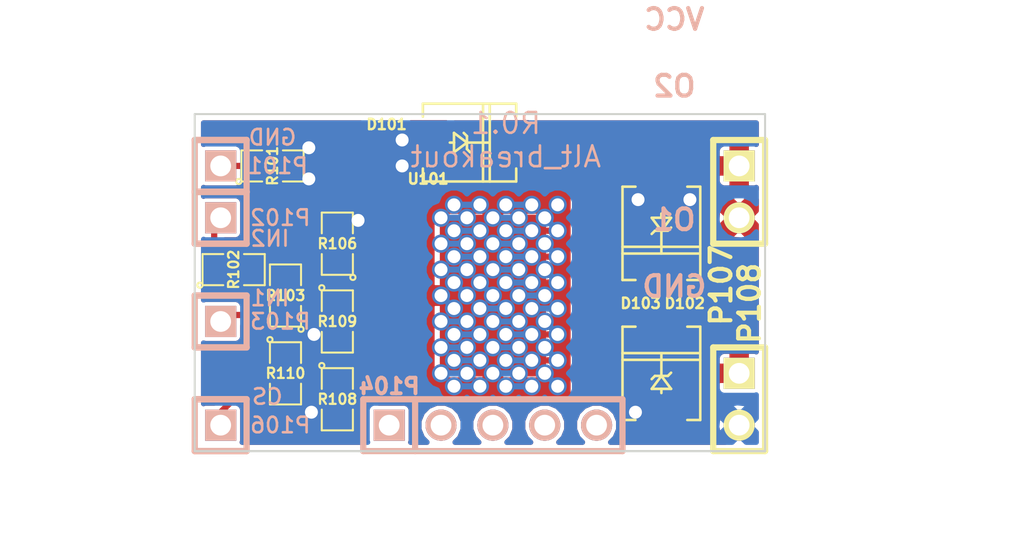
<source format=kicad_pcb>
(kicad_pcb (version 3) (host pcbnew "(2013-07-07 BZR 4022)-stable")

  (general
    (links 37)
    (no_connects 0)
    (area 206.959287 137.16 256.540001 162.941423)
    (thickness 1.6)
    (drawings 15)
    (tracks 210)
    (zones 0)
    (modules 18)
    (nets 13)
  )

  (page A)
  (title_block 
    (title "PowerSSO-24 breakout")
    (rev R0.1)
    (company gerefi)
  )

  (layers
    (15 F.Cu signal)
    (0 B.Cu signal)
    (16 B.Adhes user)
    (17 F.Adhes user)
    (18 B.Paste user)
    (19 F.Paste user)
    (20 B.SilkS user)
    (21 F.SilkS user)
    (22 B.Mask user)
    (23 F.Mask user)
    (24 Dwgs.User user)
    (25 Cmts.User user)
    (26 Eco1.User user)
    (27 Eco2.User user)
    (28 Edge.Cuts user)
  )

  (setup
    (last_trace_width 0.3048)
    (trace_clearance 0.24892)
    (zone_clearance 0.254)
    (zone_45_only no)
    (trace_min 0.254)
    (segment_width 0.2)
    (edge_width 0.1)
    (via_size 0.889)
    (via_drill 0.635)
    (via_min_size 0.889)
    (via_min_drill 0.508)
    (user_via 0.889 0.635)
    (user_via 1.54178 1.18618)
    (uvia_size 0.508)
    (uvia_drill 0.127)
    (uvias_allowed no)
    (uvia_min_size 0.508)
    (uvia_min_drill 0.127)
    (pcb_text_width 0.3)
    (pcb_text_size 1.5 1.5)
    (mod_edge_width 0.15)
    (mod_text_size 1 1)
    (mod_text_width 0.15)
    (pad_size 1.524 1.524)
    (pad_drill 1.016)
    (pad_to_mask_clearance 0)
    (aux_axis_origin 0 0)
    (visible_elements 7FFFFB3F)
    (pcbplotparams
      (layerselection 284983297)
      (usegerberextensions true)
      (excludeedgelayer true)
      (linewidth 0.150000)
      (plotframeref false)
      (viasonmask false)
      (mode 1)
      (useauxorigin false)
      (hpglpennumber 1)
      (hpglpenspeed 20)
      (hpglpendiameter 15)
      (hpglpenoverlay 2)
      (psnegative false)
      (psa4output false)
      (plotreference true)
      (plotvalue true)
      (plotothertext true)
      (plotinvisibletext false)
      (padsonsilk false)
      (subtractmaskfromsilk false)
      (outputformat 1)
      (mirror false)
      (drillshape 0)
      (scaleselection 1)
      (outputdirectory PowerSSO-24_breakout_gerbers))
  )

  (net 0 "")
  (net 1 /CS_DIS)
  (net 2 /I1)
  (net 3 /I2)
  (net 4 /IN1)
  (net 5 /IN2)
  (net 6 /O1)
  (net 7 /O2)
  (net 8 /VCC)
  (net 9 GND)
  (net 10 N-000001)
  (net 11 N-000004)
  (net 12 N-000005)

  (net_class Default "This is the default net class."
    (clearance 0.24892)
    (trace_width 0.3048)
    (via_dia 0.889)
    (via_drill 0.635)
    (uvia_dia 0.508)
    (uvia_drill 0.127)
    (add_net "")
    (add_net /CS_DIS)
    (add_net /I1)
    (add_net /I2)
    (add_net /IN1)
    (add_net /IN2)
    (add_net /O1)
    (add_net /O2)
    (add_net /VCC)
    (add_net GND)
    (add_net N-000001)
    (add_net N-000004)
    (add_net N-000005)
  )

  (net_class FAT ""
    (clearance 1.7526)
    (trace_width 2.54)
    (via_dia 0.889)
    (via_drill 0.635)
    (uvia_dia 0.508)
    (uvia_drill 0.127)
  )

  (net_class MIN ""
    (clearance 2.54)
    (trace_width 0.3048)
    (via_dia 0.889)
    (via_drill 0.635)
    (uvia_dia 0.508)
    (uvia_drill 0.127)
  )

  (module SIL-1 (layer B.Cu) (tedit 54A88DBF) (tstamp 54A84B00)
    (at 217.17 151.13)
    (descr "Connecteurs 1 pin")
    (tags "CONN DEV")
    (path /54A83628)
    (fp_text reference P103 (at 2.921 0) (layer B.SilkS)
      (effects (font (size 0.762 0.762) (thickness 0.127)) (justify mirror))
    )
    (fp_text value CONN_1 (at 0 2.54) (layer B.SilkS) hide
      (effects (font (size 1.524 1.016) (thickness 0.254)) (justify mirror))
    )
    (fp_line (start -1.27 -1.27) (end 1.27 -1.27) (layer B.SilkS) (width 0.3175))
    (fp_line (start -1.27 1.27) (end 1.27 1.27) (layer B.SilkS) (width 0.3175))
    (fp_line (start -1.27 -1.27) (end -1.27 1.27) (layer B.SilkS) (width 0.3048))
    (fp_line (start 1.27 1.27) (end 1.27 -1.27) (layer B.SilkS) (width 0.3048))
    (pad 1 thru_hole rect (at 0 0) (size 1.524 1.524) (drill 1.016)
      (layers *.Cu *.Mask B.SilkS)
      (net 11 N-000004)
    )
  )

  (module SIL-1 (layer B.Cu) (tedit 54A88DB3) (tstamp 54A84B12)
    (at 217.17 156.21)
    (descr "Connecteurs 1 pin")
    (tags "CONN DEV")
    (path /54A83634)
    (fp_text reference P106 (at 2.921 0) (layer B.SilkS)
      (effects (font (size 0.762 0.762) (thickness 0.127)) (justify mirror))
    )
    (fp_text value CONN_1 (at 0 2.54) (layer B.SilkS) hide
      (effects (font (size 1.524 1.016) (thickness 0.254)) (justify mirror))
    )
    (fp_line (start -1.27 -1.27) (end 1.27 -1.27) (layer B.SilkS) (width 0.3175))
    (fp_line (start -1.27 1.27) (end 1.27 1.27) (layer B.SilkS) (width 0.3175))
    (fp_line (start -1.27 -1.27) (end -1.27 1.27) (layer B.SilkS) (width 0.3048))
    (fp_line (start 1.27 1.27) (end 1.27 -1.27) (layer B.SilkS) (width 0.3048))
    (pad 1 thru_hole rect (at 0 0) (size 1.524 1.524) (drill 1.016)
      (layers *.Cu *.Mask B.SilkS)
      (net 1 /CS_DIS)
    )
  )

  (module SIL-1 (layer B.Cu) (tedit 54A88DD5) (tstamp 54A84B24)
    (at 217.17 143.51)
    (descr "Connecteurs 1 pin")
    (tags "CONN DEV")
    (path /544A1CD8)
    (fp_text reference P101 (at 2.794 0) (layer B.SilkS)
      (effects (font (size 0.762 0.762) (thickness 0.127)) (justify mirror))
    )
    (fp_text value CONN_1 (at 0 2.54) (layer B.SilkS) hide
      (effects (font (size 1.524 1.016) (thickness 0.254)) (justify mirror))
    )
    (fp_line (start -1.27 -1.27) (end 1.27 -1.27) (layer B.SilkS) (width 0.3175))
    (fp_line (start -1.27 1.27) (end 1.27 1.27) (layer B.SilkS) (width 0.3175))
    (fp_line (start -1.27 -1.27) (end -1.27 1.27) (layer B.SilkS) (width 0.3048))
    (fp_line (start 1.27 1.27) (end 1.27 -1.27) (layer B.SilkS) (width 0.3048))
    (pad 1 thru_hole rect (at 0 0) (size 1.524 1.524) (drill 1.016)
      (layers *.Cu *.Mask B.SilkS)
      (net 10 N-000001)
    )
  )

  (module SIL-1 (layer B.Cu) (tedit 54A88DCA) (tstamp 54A84B2D)
    (at 217.17 146.05)
    (descr "Connecteurs 1 pin")
    (tags "CONN DEV")
    (path /544A1CBF)
    (fp_text reference P102 (at 2.921 0) (layer B.SilkS)
      (effects (font (size 0.762 0.762) (thickness 0.127)) (justify mirror))
    )
    (fp_text value CONN_1 (at 0 2.54) (layer B.SilkS) hide
      (effects (font (size 1.524 1.016) (thickness 0.254)) (justify mirror))
    )
    (fp_line (start -1.27 -1.27) (end 1.27 -1.27) (layer B.SilkS) (width 0.3175))
    (fp_line (start -1.27 1.27) (end 1.27 1.27) (layer B.SilkS) (width 0.3175))
    (fp_line (start -1.27 -1.27) (end -1.27 1.27) (layer B.SilkS) (width 0.3048))
    (fp_line (start 1.27 1.27) (end 1.27 -1.27) (layer B.SilkS) (width 0.3048))
    (pad 1 thru_hole rect (at 0 0) (size 1.524 1.524) (drill 1.016)
      (layers *.Cu *.Mask B.SilkS)
      (net 12 N-000005)
    )
  )

  (module "DO-214AA(SMB)" (layer F.Cu) (tedit 54A88491) (tstamp 54A8B128)
    (at 238.76 146.812 270)
    (descr "DO-214AA (SMB)  PACKAGE.")
    (tags "DO-214AA SMB")
    (path /54A84930)
    (attr smd)
    (fp_text reference D102 (at 3.429 -1.143 360) (layer F.SilkS)
      (effects (font (size 0.508 0.508) (thickness 0.11938)))
    )
    (fp_text value "P6SMB36AT3G " (at 0 2.79908 270) (layer F.SilkS) hide
      (effects (font (size 1.00076 1.00076) (thickness 0.11938)))
    )
    (fp_line (start -0.762 0) (end -0.9652 0) (layer F.SilkS) (width 0.127))
    (fp_line (start -2.286 -1.905) (end 2.286 -1.905) (layer F.SilkS) (width 0.127))
    (fp_line (start 2.286 -1.905) (end 2.286 -1.27) (layer F.SilkS) (width 0.127))
    (fp_line (start 0.6604 1.905) (end 0.6604 -1.905) (layer F.SilkS) (width 0.127))
    (fp_line (start 0.9906 1.905) (end 0.9906 -1.905) (layer F.SilkS) (width 0.127))
    (fp_line (start -2.286 1.27) (end -2.286 1.905) (layer F.SilkS) (width 0.127))
    (fp_line (start -2.286 1.905) (end 2.286 1.905) (layer F.SilkS) (width 0.127))
    (fp_line (start 2.286 1.905) (end 2.286 1.27) (layer F.SilkS) (width 0.127))
    (fp_line (start -2.286 -1.27) (end -2.286 -1.905) (layer F.SilkS) (width 0.127))
    (fp_line (start -0.127 0) (end -0.762 -0.47498) (layer F.SilkS) (width 0.127))
    (fp_line (start -0.762 -0.47498) (end -0.762 0) (layer F.SilkS) (width 0.127))
    (fp_line (start -0.762 0) (end -0.762 0.47498) (layer F.SilkS) (width 0.127))
    (fp_line (start -0.762 0.47498) (end -0.127 0) (layer F.SilkS) (width 0.127))
    (fp_line (start -0.127 0) (end -0.127 -0.3175) (layer F.SilkS) (width 0.127))
    (fp_line (start -0.127 -0.3175) (end -0.28448 -0.47498) (layer F.SilkS) (width 0.127))
    (fp_line (start -0.127 0) (end -0.127 0.3175) (layer F.SilkS) (width 0.127))
    (fp_line (start -0.127 0.3175) (end 0.03048 0.47498) (layer F.SilkS) (width 0.127))
    (fp_line (start -0.127 0) (end 0.98298 0) (layer F.SilkS) (width 0.127))
    (pad 1 smd rect (at -2.0066 0 270) (size 1.80086 2.19964)
      (layers F.Cu F.Paste F.Mask)
      (net 9 GND)
    )
    (pad 2 smd rect (at 2.0066 0 270) (size 1.80086 2.19964)
      (layers F.Cu F.Paste F.Mask)
      (net 7 /O2)
    )
    (model smd/do214.wrl
      (at (xyz 0 0 0))
      (scale (xyz 1 1 1))
      (rotate (xyz 0 0 0))
    )
  )

  (module "DO-214AA(SMB)" (layer F.Cu) (tedit 54A8848B) (tstamp 54A8B140)
    (at 238.76 153.67 90)
    (descr "DO-214AA (SMB)  PACKAGE.")
    (tags "DO-214AA SMB")
    (path /54A84995)
    (attr smd)
    (fp_text reference D103 (at 3.429 -1.016 180) (layer F.SilkS)
      (effects (font (size 0.508 0.508) (thickness 0.11938)))
    )
    (fp_text value "P6SMB36AT3G " (at 0 2.79908 90) (layer F.SilkS) hide
      (effects (font (size 1.00076 1.00076) (thickness 0.11938)))
    )
    (fp_line (start -0.762 0) (end -0.9652 0) (layer F.SilkS) (width 0.127))
    (fp_line (start -2.286 -1.905) (end 2.286 -1.905) (layer F.SilkS) (width 0.127))
    (fp_line (start 2.286 -1.905) (end 2.286 -1.27) (layer F.SilkS) (width 0.127))
    (fp_line (start 0.6604 1.905) (end 0.6604 -1.905) (layer F.SilkS) (width 0.127))
    (fp_line (start 0.9906 1.905) (end 0.9906 -1.905) (layer F.SilkS) (width 0.127))
    (fp_line (start -2.286 1.27) (end -2.286 1.905) (layer F.SilkS) (width 0.127))
    (fp_line (start -2.286 1.905) (end 2.286 1.905) (layer F.SilkS) (width 0.127))
    (fp_line (start 2.286 1.905) (end 2.286 1.27) (layer F.SilkS) (width 0.127))
    (fp_line (start -2.286 -1.27) (end -2.286 -1.905) (layer F.SilkS) (width 0.127))
    (fp_line (start -0.127 0) (end -0.762 -0.47498) (layer F.SilkS) (width 0.127))
    (fp_line (start -0.762 -0.47498) (end -0.762 0) (layer F.SilkS) (width 0.127))
    (fp_line (start -0.762 0) (end -0.762 0.47498) (layer F.SilkS) (width 0.127))
    (fp_line (start -0.762 0.47498) (end -0.127 0) (layer F.SilkS) (width 0.127))
    (fp_line (start -0.127 0) (end -0.127 -0.3175) (layer F.SilkS) (width 0.127))
    (fp_line (start -0.127 -0.3175) (end -0.28448 -0.47498) (layer F.SilkS) (width 0.127))
    (fp_line (start -0.127 0) (end -0.127 0.3175) (layer F.SilkS) (width 0.127))
    (fp_line (start -0.127 0.3175) (end 0.03048 0.47498) (layer F.SilkS) (width 0.127))
    (fp_line (start -0.127 0) (end 0.98298 0) (layer F.SilkS) (width 0.127))
    (pad 1 smd rect (at -2.0066 0 90) (size 1.80086 2.19964)
      (layers F.Cu F.Paste F.Mask)
      (net 9 GND)
    )
    (pad 2 smd rect (at 2.0066 0 90) (size 1.80086 2.19964)
      (layers F.Cu F.Paste F.Mask)
      (net 6 /O1)
    )
    (model smd/do214.wrl
      (at (xyz 0 0 0))
      (scale (xyz 1 1 1))
      (rotate (xyz 0 0 0))
    )
  )

  (module "DO-214AA(SMB)" (layer F.Cu) (tedit 54A880EB) (tstamp 54A8B158)
    (at 229.362 142.367)
    (descr "DO-214AA (SMB)  PACKAGE.")
    (tags "DO-214AA SMB")
    (path /54A84AB3)
    (attr smd)
    (fp_text reference D101 (at -4.064 -0.889) (layer F.SilkS)
      (effects (font (size 0.508 0.508) (thickness 0.11938)))
    )
    (fp_text value "P6SMB36AT3G " (at 0 2.79908) (layer F.SilkS) hide
      (effects (font (size 1.00076 1.00076) (thickness 0.11938)))
    )
    (fp_line (start -0.762 0) (end -0.9652 0) (layer F.SilkS) (width 0.127))
    (fp_line (start -2.286 -1.905) (end 2.286 -1.905) (layer F.SilkS) (width 0.127))
    (fp_line (start 2.286 -1.905) (end 2.286 -1.27) (layer F.SilkS) (width 0.127))
    (fp_line (start 0.6604 1.905) (end 0.6604 -1.905) (layer F.SilkS) (width 0.127))
    (fp_line (start 0.9906 1.905) (end 0.9906 -1.905) (layer F.SilkS) (width 0.127))
    (fp_line (start -2.286 1.27) (end -2.286 1.905) (layer F.SilkS) (width 0.127))
    (fp_line (start -2.286 1.905) (end 2.286 1.905) (layer F.SilkS) (width 0.127))
    (fp_line (start 2.286 1.905) (end 2.286 1.27) (layer F.SilkS) (width 0.127))
    (fp_line (start -2.286 -1.27) (end -2.286 -1.905) (layer F.SilkS) (width 0.127))
    (fp_line (start -0.127 0) (end -0.762 -0.47498) (layer F.SilkS) (width 0.127))
    (fp_line (start -0.762 -0.47498) (end -0.762 0) (layer F.SilkS) (width 0.127))
    (fp_line (start -0.762 0) (end -0.762 0.47498) (layer F.SilkS) (width 0.127))
    (fp_line (start -0.762 0.47498) (end -0.127 0) (layer F.SilkS) (width 0.127))
    (fp_line (start -0.127 0) (end -0.127 -0.3175) (layer F.SilkS) (width 0.127))
    (fp_line (start -0.127 -0.3175) (end -0.28448 -0.47498) (layer F.SilkS) (width 0.127))
    (fp_line (start -0.127 0) (end -0.127 0.3175) (layer F.SilkS) (width 0.127))
    (fp_line (start -0.127 0.3175) (end 0.03048 0.47498) (layer F.SilkS) (width 0.127))
    (fp_line (start -0.127 0) (end 0.98298 0) (layer F.SilkS) (width 0.127))
    (pad 1 smd rect (at -2.0066 0) (size 1.80086 2.19964)
      (layers F.Cu F.Paste F.Mask)
      (net 9 GND)
    )
    (pad 2 smd rect (at 2.0066 0) (size 1.80086 2.19964)
      (layers F.Cu F.Paste F.Mask)
      (net 8 /VCC)
    )
    (model smd/do214.wrl
      (at (xyz 0 0 0))
      (scale (xyz 1 1 1))
      (rotate (xyz 0 0 0))
    )
  )

  (module PowerSSO-24 (layer F.Cu) (tedit 54A853E9) (tstamp 54A8B17A)
    (at 230.505 149.86)
    (path /54A834D0)
    (fp_text reference U101 (at -3.175 -5.715) (layer F.SilkS)
      (effects (font (size 0.508 0.508) (thickness 0.127)))
    )
    (fp_text value VND5E025AKTR (at 0 0.7) (layer F.SilkS) hide
      (effects (font (size 0.3 0.3) (thickness 0.075)))
    )
    (fp_circle (center -3.1 -4.5) (end -2.9 -4.3) (layer Eco2.User) (width 0.15))
    (fp_line (start -3.8 -5.2) (end 3.8 -5.2) (layer Eco2.User) (width 0.15))
    (fp_line (start 3.8 -5.2) (end 3.8 5.2) (layer Eco2.User) (width 0.15))
    (fp_line (start 3.8 5.2) (end -3.8 5.2) (layer Eco2.User) (width 0.15))
    (fp_line (start -3.8 5.2) (end -3.8 -5.2) (layer Eco2.User) (width 0.15))
    (pad EXP smd rect (at 0 0) (size 5.2 7.5)
      (layers F.Cu F.Paste F.Mask)
      (net 8 /VCC)
    )
    (pad 1 smd rect (at -4.9325 -4.4) (size 1.7 0.55)
      (layers F.Cu F.Paste F.Mask)
      (net 8 /VCC)
    )
    (pad 2 smd rect (at -4.9325 -3.6) (size 1.7 0.55)
      (layers F.Cu F.Paste F.Mask)
      (net 9 GND)
    )
    (pad 3 smd rect (at -4.9325 -2.8) (size 1.7 0.55)
      (layers F.Cu F.Paste F.Mask)
    )
    (pad 4 smd rect (at -4.9325 -2) (size 1.7 0.55)
      (layers F.Cu F.Paste F.Mask)
      (net 5 /IN2)
    )
    (pad 5 smd rect (at -4.9325 -1.2) (size 1.7 0.55)
      (layers F.Cu F.Paste F.Mask)
    )
    (pad 6 smd rect (at -4.9325 -0.4) (size 1.7 0.55)
      (layers F.Cu F.Paste F.Mask)
      (net 4 /IN1)
    )
    (pad 7 smd rect (at -4.9325 0.4) (size 1.7 0.55)
      (layers F.Cu F.Paste F.Mask)
    )
    (pad 8 smd rect (at -4.9325 1.2) (size 1.7 0.55)
      (layers F.Cu F.Paste F.Mask)
      (net 2 /I1)
    )
    (pad 9 smd rect (at -4.9325 2) (size 1.7 0.55)
      (layers F.Cu F.Paste F.Mask)
    )
    (pad 10 smd rect (at -4.9325 2.8) (size 1.7 0.55)
      (layers F.Cu F.Paste F.Mask)
      (net 3 /I2)
    )
    (pad 11 smd rect (at -4.9325 3.6) (size 1.7 0.55)
      (layers F.Cu F.Paste F.Mask)
      (net 1 /CS_DIS)
    )
    (pad 12 smd rect (at -4.9325 4.4) (size 1.7 0.55)
      (layers F.Cu F.Paste F.Mask)
      (net 8 /VCC)
    )
    (pad 13 smd rect (at 4.9325 4.4) (size 1.7 0.55)
      (layers F.Cu F.Paste F.Mask)
      (net 6 /O1)
    )
    (pad 14 smd rect (at 4.9325 3.6) (size 1.7 0.55)
      (layers F.Cu F.Paste F.Mask)
      (net 6 /O1)
    )
    (pad 15 smd rect (at 4.9325 2.8) (size 1.7 0.55)
      (layers F.Cu F.Paste F.Mask)
      (net 6 /O1)
    )
    (pad 16 smd rect (at 4.9325 2) (size 1.7 0.55)
      (layers F.Cu F.Paste F.Mask)
      (net 6 /O1)
    )
    (pad 17 smd rect (at 4.9325 1.2) (size 1.7 0.55)
      (layers F.Cu F.Paste F.Mask)
      (net 6 /O1)
    )
    (pad 18 smd rect (at 4.9325 0.4) (size 1.7 0.55)
      (layers F.Cu F.Paste F.Mask)
      (net 6 /O1)
    )
    (pad 19 smd rect (at 4.9325 -0.4) (size 1.7 0.55)
      (layers F.Cu F.Paste F.Mask)
      (net 7 /O2)
    )
    (pad 20 smd rect (at 4.9325 -1.2) (size 1.7 0.55)
      (layers F.Cu F.Paste F.Mask)
      (net 7 /O2)
    )
    (pad 21 smd rect (at 4.9325 -2) (size 1.7 0.55)
      (layers F.Cu F.Paste F.Mask)
      (net 7 /O2)
    )
    (pad 22 smd rect (at 4.9325 -2.8) (size 1.7 0.55)
      (layers F.Cu F.Paste F.Mask)
      (net 7 /O2)
    )
    (pad 23 smd rect (at 4.9325 -3.6) (size 1.7 0.55)
      (layers F.Cu F.Paste F.Mask)
      (net 7 /O2)
    )
    (pad 24 smd rect (at 4.9325 -4.4) (size 1.7 0.55)
      (layers F.Cu F.Paste F.Mask)
      (net 7 /O2)
    )
  )

  (module SM0805 (layer F.Cu) (tedit 54A87E7A) (tstamp 54A84A4D)
    (at 219.71 143.51)
    (path /54A84508)
    (attr smd)
    (fp_text reference R101 (at 0 0 90) (layer F.SilkS)
      (effects (font (size 0.50038 0.50038) (thickness 0.10922)))
    )
    (fp_text value TBD (at 0 0.381) (layer F.SilkS) hide
      (effects (font (size 0.50038 0.50038) (thickness 0.10922)))
    )
    (fp_circle (center -1.651 0.762) (end -1.651 0.635) (layer F.SilkS) (width 0.09906))
    (fp_line (start -0.508 0.762) (end -1.524 0.762) (layer F.SilkS) (width 0.09906))
    (fp_line (start -1.524 0.762) (end -1.524 -0.762) (layer F.SilkS) (width 0.09906))
    (fp_line (start -1.524 -0.762) (end -0.508 -0.762) (layer F.SilkS) (width 0.09906))
    (fp_line (start 0.508 -0.762) (end 1.524 -0.762) (layer F.SilkS) (width 0.09906))
    (fp_line (start 1.524 -0.762) (end 1.524 0.762) (layer F.SilkS) (width 0.09906))
    (fp_line (start 1.524 0.762) (end 0.508 0.762) (layer F.SilkS) (width 0.09906))
    (pad 1 smd rect (at -0.9525 0) (size 0.889 1.397)
      (layers F.Cu F.Paste F.Mask)
      (net 10 N-000001)
    )
    (pad 2 smd rect (at 0.9525 0) (size 0.889 1.397)
      (layers F.Cu F.Paste F.Mask)
      (net 9 GND)
    )
    (model smd/chip_cms.wrl
      (at (xyz 0 0 0))
      (scale (xyz 0.1 0.1 0.1))
      (rotate (xyz 0 0 0))
    )
  )

  (module SM0805 (layer F.Cu) (tedit 54A87E85) (tstamp 54A84A80)
    (at 220.345 149.86 90)
    (path /54A83A6D)
    (attr smd)
    (fp_text reference R103 (at 0 0 180) (layer F.SilkS)
      (effects (font (size 0.50038 0.50038) (thickness 0.10922)))
    )
    (fp_text value 10K (at 0 0.381 90) (layer F.SilkS) hide
      (effects (font (size 0.50038 0.50038) (thickness 0.10922)))
    )
    (fp_circle (center -1.651 0.762) (end -1.651 0.635) (layer F.SilkS) (width 0.09906))
    (fp_line (start -0.508 0.762) (end -1.524 0.762) (layer F.SilkS) (width 0.09906))
    (fp_line (start -1.524 0.762) (end -1.524 -0.762) (layer F.SilkS) (width 0.09906))
    (fp_line (start -1.524 -0.762) (end -0.508 -0.762) (layer F.SilkS) (width 0.09906))
    (fp_line (start 0.508 -0.762) (end 1.524 -0.762) (layer F.SilkS) (width 0.09906))
    (fp_line (start 1.524 -0.762) (end 1.524 0.762) (layer F.SilkS) (width 0.09906))
    (fp_line (start 1.524 0.762) (end 0.508 0.762) (layer F.SilkS) (width 0.09906))
    (pad 1 smd rect (at -0.9525 0 90) (size 0.889 1.397)
      (layers F.Cu F.Paste F.Mask)
      (net 11 N-000004)
    )
    (pad 2 smd rect (at 0.9525 0 90) (size 0.889 1.397)
      (layers F.Cu F.Paste F.Mask)
      (net 4 /IN1)
    )
    (model smd/chip_cms.wrl
      (at (xyz 0 0 0))
      (scale (xyz 0.1 0.1 0.1))
      (rotate (xyz 0 0 0))
    )
  )

  (module SM0805 (layer F.Cu) (tedit 54A87E82) (tstamp 54A84A91)
    (at 217.805 148.59)
    (path /54A839FD)
    (attr smd)
    (fp_text reference R102 (at 0 0 90) (layer F.SilkS)
      (effects (font (size 0.50038 0.50038) (thickness 0.10922)))
    )
    (fp_text value 10K (at 0 0.381) (layer F.SilkS) hide
      (effects (font (size 0.50038 0.50038) (thickness 0.10922)))
    )
    (fp_circle (center -1.651 0.762) (end -1.651 0.635) (layer F.SilkS) (width 0.09906))
    (fp_line (start -0.508 0.762) (end -1.524 0.762) (layer F.SilkS) (width 0.09906))
    (fp_line (start -1.524 0.762) (end -1.524 -0.762) (layer F.SilkS) (width 0.09906))
    (fp_line (start -1.524 -0.762) (end -0.508 -0.762) (layer F.SilkS) (width 0.09906))
    (fp_line (start 0.508 -0.762) (end 1.524 -0.762) (layer F.SilkS) (width 0.09906))
    (fp_line (start 1.524 -0.762) (end 1.524 0.762) (layer F.SilkS) (width 0.09906))
    (fp_line (start 1.524 0.762) (end 0.508 0.762) (layer F.SilkS) (width 0.09906))
    (pad 1 smd rect (at -0.9525 0) (size 0.889 1.397)
      (layers F.Cu F.Paste F.Mask)
      (net 12 N-000005)
    )
    (pad 2 smd rect (at 0.9525 0) (size 0.889 1.397)
      (layers F.Cu F.Paste F.Mask)
      (net 5 /IN2)
    )
    (model smd/chip_cms.wrl
      (at (xyz 0 0 0))
      (scale (xyz 0.1 0.1 0.1))
      (rotate (xyz 0 0 0))
    )
  )

  (module SM0805 (layer F.Cu) (tedit 54A87E8E) (tstamp 54A84AB3)
    (at 222.885 154.94 270)
    (path /54A835CC)
    (attr smd)
    (fp_text reference R108 (at 0 0 360) (layer F.SilkS)
      (effects (font (size 0.50038 0.50038) (thickness 0.10922)))
    )
    (fp_text value 10K (at 0 0.381 270) (layer F.SilkS) hide
      (effects (font (size 0.50038 0.50038) (thickness 0.10922)))
    )
    (fp_circle (center -1.651 0.762) (end -1.651 0.635) (layer F.SilkS) (width 0.09906))
    (fp_line (start -0.508 0.762) (end -1.524 0.762) (layer F.SilkS) (width 0.09906))
    (fp_line (start -1.524 0.762) (end -1.524 -0.762) (layer F.SilkS) (width 0.09906))
    (fp_line (start -1.524 -0.762) (end -0.508 -0.762) (layer F.SilkS) (width 0.09906))
    (fp_line (start 0.508 -0.762) (end 1.524 -0.762) (layer F.SilkS) (width 0.09906))
    (fp_line (start 1.524 -0.762) (end 1.524 0.762) (layer F.SilkS) (width 0.09906))
    (fp_line (start 1.524 0.762) (end 0.508 0.762) (layer F.SilkS) (width 0.09906))
    (pad 1 smd rect (at -0.9525 0 270) (size 0.889 1.397)
      (layers F.Cu F.Paste F.Mask)
      (net 1 /CS_DIS)
    )
    (pad 2 smd rect (at 0.9525 0 270) (size 0.889 1.397)
      (layers F.Cu F.Paste F.Mask)
      (net 9 GND)
    )
    (model smd/chip_cms.wrl
      (at (xyz 0 0 0))
      (scale (xyz 0.1 0.1 0.1))
      (rotate (xyz 0 0 0))
    )
  )

  (module SM0805 (layer F.Cu) (tedit 54A87E8B) (tstamp 54A84AC4)
    (at 220.345 153.67 270)
    (path /54A835C6)
    (attr smd)
    (fp_text reference R110 (at 0 0 360) (layer F.SilkS)
      (effects (font (size 0.50038 0.50038) (thickness 0.10922)))
    )
    (fp_text value 1K (at 0 0.381 270) (layer F.SilkS) hide
      (effects (font (size 0.50038 0.50038) (thickness 0.10922)))
    )
    (fp_circle (center -1.651 0.762) (end -1.651 0.635) (layer F.SilkS) (width 0.09906))
    (fp_line (start -0.508 0.762) (end -1.524 0.762) (layer F.SilkS) (width 0.09906))
    (fp_line (start -1.524 0.762) (end -1.524 -0.762) (layer F.SilkS) (width 0.09906))
    (fp_line (start -1.524 -0.762) (end -0.508 -0.762) (layer F.SilkS) (width 0.09906))
    (fp_line (start 0.508 -0.762) (end 1.524 -0.762) (layer F.SilkS) (width 0.09906))
    (fp_line (start 1.524 -0.762) (end 1.524 0.762) (layer F.SilkS) (width 0.09906))
    (fp_line (start 1.524 0.762) (end 0.508 0.762) (layer F.SilkS) (width 0.09906))
    (pad 1 smd rect (at -0.9525 0 270) (size 0.889 1.397)
      (layers F.Cu F.Paste F.Mask)
      (net 3 /I2)
    )
    (pad 2 smd rect (at 0.9525 0 270) (size 0.889 1.397)
      (layers F.Cu F.Paste F.Mask)
      (net 9 GND)
    )
    (model smd/chip_cms.wrl
      (at (xyz 0 0 0))
      (scale (xyz 0.1 0.1 0.1))
      (rotate (xyz 0 0 0))
    )
  )

  (module SM0805 (layer F.Cu) (tedit 54A87E88) (tstamp 54A84AD5)
    (at 222.885 151.13 270)
    (path /54A835C0)
    (attr smd)
    (fp_text reference R109 (at 0 0 360) (layer F.SilkS)
      (effects (font (size 0.50038 0.50038) (thickness 0.10922)))
    )
    (fp_text value 1K (at 0 0.381 270) (layer F.SilkS) hide
      (effects (font (size 0.50038 0.50038) (thickness 0.10922)))
    )
    (fp_circle (center -1.651 0.762) (end -1.651 0.635) (layer F.SilkS) (width 0.09906))
    (fp_line (start -0.508 0.762) (end -1.524 0.762) (layer F.SilkS) (width 0.09906))
    (fp_line (start -1.524 0.762) (end -1.524 -0.762) (layer F.SilkS) (width 0.09906))
    (fp_line (start -1.524 -0.762) (end -0.508 -0.762) (layer F.SilkS) (width 0.09906))
    (fp_line (start 0.508 -0.762) (end 1.524 -0.762) (layer F.SilkS) (width 0.09906))
    (fp_line (start 1.524 -0.762) (end 1.524 0.762) (layer F.SilkS) (width 0.09906))
    (fp_line (start 1.524 0.762) (end 0.508 0.762) (layer F.SilkS) (width 0.09906))
    (pad 1 smd rect (at -0.9525 0 270) (size 0.889 1.397)
      (layers F.Cu F.Paste F.Mask)
      (net 2 /I1)
    )
    (pad 2 smd rect (at 0.9525 0 270) (size 0.889 1.397)
      (layers F.Cu F.Paste F.Mask)
      (net 9 GND)
    )
    (model smd/chip_cms.wrl
      (at (xyz 0 0 0))
      (scale (xyz 0.1 0.1 0.1))
      (rotate (xyz 0 0 0))
    )
  )

  (module SM0805 (layer F.Cu) (tedit 54A87E7F) (tstamp 54A84AE6)
    (at 222.885 147.32 90)
    (path /54A835BA)
    (attr smd)
    (fp_text reference R106 (at 0 0 180) (layer F.SilkS)
      (effects (font (size 0.50038 0.50038) (thickness 0.10922)))
    )
    (fp_text value 10K (at 0 0.381 90) (layer F.SilkS) hide
      (effects (font (size 0.50038 0.50038) (thickness 0.10922)))
    )
    (fp_circle (center -1.651 0.762) (end -1.651 0.635) (layer F.SilkS) (width 0.09906))
    (fp_line (start -0.508 0.762) (end -1.524 0.762) (layer F.SilkS) (width 0.09906))
    (fp_line (start -1.524 0.762) (end -1.524 -0.762) (layer F.SilkS) (width 0.09906))
    (fp_line (start -1.524 -0.762) (end -0.508 -0.762) (layer F.SilkS) (width 0.09906))
    (fp_line (start 0.508 -0.762) (end 1.524 -0.762) (layer F.SilkS) (width 0.09906))
    (fp_line (start 1.524 -0.762) (end 1.524 0.762) (layer F.SilkS) (width 0.09906))
    (fp_line (start 1.524 0.762) (end 0.508 0.762) (layer F.SilkS) (width 0.09906))
    (pad 1 smd rect (at -0.9525 0 90) (size 0.889 1.397)
      (layers F.Cu F.Paste F.Mask)
      (net 5 /IN2)
    )
    (pad 2 smd rect (at 0.9525 0 90) (size 0.889 1.397)
      (layers F.Cu F.Paste F.Mask)
      (net 9 GND)
    )
    (model smd/chip_cms.wrl
      (at (xyz 0 0 0))
      (scale (xyz 0.1 0.1 0.1))
      (rotate (xyz 0 0 0))
    )
  )

  (module SIL-2 (layer F.Cu) (tedit 54A88DA8) (tstamp 54A84B84)
    (at 242.57 154.94 270)
    (descr "Connecteurs 2 pins")
    (tags "CONN DEV")
    (path /5449A1BA)
    (fp_text reference P108 (at -4.699 -0.508 270) (layer F.SilkS)
      (effects (font (size 1.016 1.016) (thickness 0.2032)))
    )
    (fp_text value CONN_2 (at 0 -2.54 270) (layer F.SilkS) hide
      (effects (font (size 1.524 1.016) (thickness 0.3048)))
    )
    (fp_line (start -2.54 1.27) (end -2.54 -1.27) (layer F.SilkS) (width 0.3048))
    (fp_line (start -2.54 -1.27) (end 2.54 -1.27) (layer F.SilkS) (width 0.3048))
    (fp_line (start 2.54 -1.27) (end 2.54 1.27) (layer F.SilkS) (width 0.3048))
    (fp_line (start 2.54 1.27) (end -2.54 1.27) (layer F.SilkS) (width 0.3048))
    (pad 1 thru_hole rect (at -1.27 0 270) (size 1.524 1.524) (drill 1.016)
      (layers *.Cu *.Mask F.SilkS)
      (net 6 /O1)
    )
    (pad 2 thru_hole circle (at 1.27 0 270) (size 1.524 1.524) (drill 1.016)
      (layers *.Cu *.Mask F.SilkS)
      (net 9 GND)
    )
  )

  (module SIL-2 (layer F.Cu) (tedit 54A88D91) (tstamp 54A84BDB)
    (at 242.57 144.78 270)
    (descr "Connecteurs 2 pins")
    (tags "CONN DEV")
    (path /54A83544)
    (fp_text reference P107 (at 4.572 0.889 270) (layer F.SilkS)
      (effects (font (size 1.016 1.016) (thickness 0.2032)))
    )
    (fp_text value CONN_2 (at 0 -2.54 270) (layer F.SilkS) hide
      (effects (font (size 1.524 1.016) (thickness 0.3048)))
    )
    (fp_line (start -2.54 1.27) (end -2.54 -1.27) (layer F.SilkS) (width 0.3048))
    (fp_line (start -2.54 -1.27) (end 2.54 -1.27) (layer F.SilkS) (width 0.3048))
    (fp_line (start 2.54 -1.27) (end 2.54 1.27) (layer F.SilkS) (width 0.3048))
    (fp_line (start 2.54 1.27) (end -2.54 1.27) (layer F.SilkS) (width 0.3048))
    (pad 1 thru_hole rect (at -1.27 0 270) (size 1.524 1.524) (drill 1.016)
      (layers *.Cu *.Mask F.SilkS)
      (net 8 /VCC)
    )
    (pad 2 thru_hole circle (at 1.27 0 270) (size 1.524 1.524) (drill 1.016)
      (layers *.Cu *.Mask F.SilkS)
      (net 7 /O2)
    )
  )

  (module SIL-5 (layer B.Cu) (tedit 54A88E07) (tstamp 54A8BEBD)
    (at 231.775 156.21)
    (descr "Connecteur 5 pins")
    (tags "CONN DEV")
    (path /54A88BBE)
    (fp_text reference P104 (at -6.35 -1.905) (layer B.SilkS)
      (effects (font (size 0.762 0.762) (thickness 0.1905)) (justify mirror))
    )
    (fp_text value CONN_5 (at 0 2.54) (layer B.SilkS) hide
      (effects (font (size 1.524 1.016) (thickness 0.3048)) (justify mirror))
    )
    (fp_line (start -7.62 -1.27) (end -7.62 1.27) (layer B.SilkS) (width 0.3048))
    (fp_line (start -7.62 1.27) (end 5.08 1.27) (layer B.SilkS) (width 0.3048))
    (fp_line (start 5.08 1.27) (end 5.08 -1.27) (layer B.SilkS) (width 0.3048))
    (fp_line (start 5.08 -1.27) (end -7.62 -1.27) (layer B.SilkS) (width 0.3048))
    (fp_line (start -5.08 -1.27) (end -5.08 1.27) (layer B.SilkS) (width 0.3048))
    (pad 1 thru_hole rect (at -6.35 0) (size 1.524 1.524) (drill 1.016)
      (layers *.Cu *.Mask B.SilkS)
    )
    (pad 2 thru_hole circle (at -3.81 0) (size 1.524 1.524) (drill 1.016)
      (layers *.Cu *.Mask B.SilkS)
    )
    (pad 3 thru_hole circle (at -1.27 0) (size 1.524 1.524) (drill 1.016)
      (layers *.Cu *.Mask B.SilkS)
    )
    (pad 4 thru_hole circle (at 1.27 0) (size 1.524 1.524) (drill 1.016)
      (layers *.Cu *.Mask B.SilkS)
    )
    (pad 5 thru_hole circle (at 3.81 0) (size 1.524 1.524) (drill 1.016)
      (layers *.Cu *.Mask B.SilkS)
    )
  )

  (dimension 16.51 (width 0.3) (layer Dwgs.User)
    (gr_text "0.6500 in" (at 212.645 149.225 90) (layer Dwgs.User)
      (effects (font (size 1.5 1.5) (thickness 0.3)))
    )
    (feature1 (pts (xy 215.265 140.97) (xy 211.295 140.97)))
    (feature2 (pts (xy 215.265 157.48) (xy 211.295 157.48)))
    (crossbar (pts (xy 213.995 157.48) (xy 213.995 140.97)))
    (arrow1a (pts (xy 213.995 140.97) (xy 214.58142 142.096503)))
    (arrow1b (pts (xy 213.995 140.97) (xy 213.40858 142.096503)))
    (arrow2a (pts (xy 213.995 157.48) (xy 214.58142 156.353497)))
    (arrow2b (pts (xy 213.995 157.48) (xy 213.40858 156.353497)))
  )
  (gr_line (start 215.9 156.845) (end 215.9 157.48) (angle 90) (layer Edge.Cuts) (width 0.1))
  (gr_line (start 243.84 157.48) (end 215.9 157.48) (angle 90) (layer Edge.Cuts) (width 0.1))
  (gr_line (start 243.84 156.845) (end 243.84 157.48) (angle 90) (layer Edge.Cuts) (width 0.1))
  (gr_text CS (at 219.456 154.813) (layer B.SilkS)
    (effects (font (size 0.762 0.762) (thickness 0.127)) (justify mirror))
  )
  (gr_text GND (at 219.71 142.113) (layer B.SilkS)
    (effects (font (size 0.762 0.762) (thickness 0.127)) (justify mirror))
  )
  (gr_text IN1 (at 219.583 149.987) (layer B.SilkS)
    (effects (font (size 0.762 0.762) (thickness 0.127)) (justify mirror))
  )
  (gr_text IN2 (at 219.583 147.066) (layer B.SilkS)
    (effects (font (size 0.762 0.762) (thickness 0.127)) (justify mirror))
  )
  (dimension 27.94 (width 0.3) (layer Dwgs.User)
    (gr_text "1.1000 in" (at 229.87 160.099999) (layer Dwgs.User)
      (effects (font (size 1.5 1.5) (thickness 0.3)))
    )
    (feature1 (pts (xy 243.84 157.48) (xy 243.84 161.449999)))
    (feature2 (pts (xy 215.9 157.48) (xy 215.9 161.449999)))
    (crossbar (pts (xy 215.9 158.749999) (xy 243.84 158.749999)))
    (arrow1a (pts (xy 243.84 158.749999) (xy 242.713497 159.336419)))
    (arrow1b (pts (xy 243.84 158.749999) (xy 242.713497 158.163579)))
    (arrow2a (pts (xy 215.9 158.749999) (xy 217.026503 159.336419)))
    (arrow2b (pts (xy 215.9 158.749999) (xy 217.026503 158.163579)))
  )
  (gr_line (start 243.84 156.845) (end 243.84 140.97) (angle 90) (layer Edge.Cuts) (width 0.1))
  (gr_line (start 215.9 156.845) (end 215.9 140.97) (angle 90) (layer Edge.Cuts) (width 0.1))
  (gr_line (start 215.9 140.97) (end 243.84 140.97) (angle 90) (layer Edge.Cuts) (width 0.1))
  (gr_line (start 215.9 157.48) (end 243.84 157.48) (angle 90) (layer Edge.Cuts) (width 0.1))
  (gr_text "R0.1\nAlt_breakout" (at 231.14 142.24) (layer B.SilkS)
    (effects (font (size 1.016 1.016) (thickness 0.127)) (justify mirror))
  )
  (gr_text "VCC\n\nO2\n\n\n\nO1\n\nGND" (at 239.395 142.875) (layer B.SilkS)
    (effects (font (size 1.016 1.016) (thickness 0.2032)) (justify mirror))
  )

  (segment (start 222.885 153.9875) (end 221.9325 153.9875) (width 0.3048) (layer F.Cu) (net 1))
  (segment (start 217.17 155.575) (end 217.17 156.21) (width 0.3048) (layer F.Cu) (net 1) (tstamp 54A8BEAC))
  (segment (start 219.075 153.67) (end 217.17 155.575) (width 0.3048) (layer F.Cu) (net 1) (tstamp 54A8BEAB))
  (segment (start 221.615 153.67) (end 219.075 153.67) (width 0.3048) (layer F.Cu) (net 1) (tstamp 54A8BEAA))
  (segment (start 221.9325 153.9875) (end 221.615 153.67) (width 0.3048) (layer F.Cu) (net 1) (tstamp 54A8BEA9))
  (segment (start 225.5725 153.46) (end 224.492 153.46) (width 0.3048) (layer F.Cu) (net 1))
  (segment (start 223.9645 153.9875) (end 222.885 153.9875) (width 0.3048) (layer F.Cu) (net 1) (tstamp 54A88223))
  (segment (start 224.492 153.46) (end 223.9645 153.9875) (width 0.3048) (layer F.Cu) (net 1) (tstamp 54A88220))
  (segment (start 225.5725 151.06) (end 223.7675 151.06) (width 0.3048) (layer F.Cu) (net 2))
  (segment (start 223.7675 151.06) (end 222.885 150.1775) (width 0.3048) (layer F.Cu) (net 2) (tstamp 54A8823C))
  (segment (start 225.5725 152.66) (end 224.403 152.66) (width 0.3048) (layer F.Cu) (net 3))
  (segment (start 220.6625 153.035) (end 220.345 152.7175) (width 0.3048) (layer F.Cu) (net 3) (tstamp 54A8822D))
  (segment (start 224.028 153.035) (end 220.6625 153.035) (width 0.3048) (layer F.Cu) (net 3) (tstamp 54A8822C))
  (segment (start 224.403 152.66) (end 224.028 153.035) (width 0.3048) (layer F.Cu) (net 3) (tstamp 54A88229))
  (segment (start 225.5725 149.46) (end 224.263 149.46) (width 0.3048) (layer F.Cu) (net 4))
  (segment (start 220.6625 149.225) (end 220.345 148.9075) (width 0.3048) (layer F.Cu) (net 4) (tstamp 54A8824F))
  (segment (start 224.028 149.225) (end 220.6625 149.225) (width 0.3048) (layer F.Cu) (net 4) (tstamp 54A8824E))
  (segment (start 224.263 149.46) (end 224.028 149.225) (width 0.3048) (layer F.Cu) (net 4) (tstamp 54A8824B))
  (segment (start 225.5725 147.86) (end 219.4875 147.86) (width 0.3048) (layer F.Cu) (net 5))
  (segment (start 219.4875 147.86) (end 218.7575 148.59) (width 0.3048) (layer F.Cu) (net 5) (tstamp 54A8825A))
  (segment (start 225.5725 147.86) (end 223.2975 147.86) (width 0.3048) (layer F.Cu) (net 5))
  (segment (start 223.2975 147.86) (end 222.885 148.2725) (width 0.3048) (layer F.Cu) (net 5) (tstamp 54A88254))
  (via (at 230.505 149.86) (size 0.889) (layers F.Cu B.Cu) (net 8))
  (segment (start 229.87 149.225) (end 230.505 149.86) (width 0.3048) (layer F.Cu) (net 8) (tstamp 54A85C3A))
  (via (at 229.87 149.225) (size 0.889) (layers F.Cu B.Cu) (net 8))
  (segment (start 230.505 149.86) (end 229.87 149.225) (width 0.3048) (layer B.Cu) (net 8) (tstamp 54A85C36))
  (segment (start 229.235 149.86) (end 227.965 151.13) (width 0.3048) (layer F.Cu) (net 8) (tstamp 54A85BD9))
  (via (at 228.6 154.305) (size 0.889) (layers F.Cu B.Cu) (net 8))
  (segment (start 229.87 154.305) (end 228.6 154.305) (width 0.3048) (layer B.Cu) (net 8) (tstamp 54A85C30))
  (via (at 229.87 154.305) (size 0.889) (layers F.Cu B.Cu) (net 8))
  (segment (start 231.14 154.305) (end 229.87 154.305) (width 0.3048) (layer F.Cu) (net 8) (tstamp 54A85C2D))
  (via (at 231.14 154.305) (size 0.889) (layers F.Cu B.Cu) (net 8))
  (segment (start 232.41 154.305) (end 231.14 154.305) (width 0.3048) (layer B.Cu) (net 8) (tstamp 54A85C2A))
  (via (at 232.41 154.305) (size 0.889) (layers F.Cu B.Cu) (net 8))
  (segment (start 233.68 154.305) (end 232.41 154.305) (width 0.3048) (layer F.Cu) (net 8) (tstamp 54A85C27))
  (via (at 233.68 154.305) (size 0.889) (layers F.Cu B.Cu) (net 8))
  (segment (start 233.045 153.67) (end 233.68 154.305) (width 0.3048) (layer B.Cu) (net 8) (tstamp 54A85C24))
  (via (at 233.045 153.67) (size 0.889) (layers F.Cu B.Cu) (net 8))
  (segment (start 231.775 153.67) (end 233.045 153.67) (width 0.3048) (layer F.Cu) (net 8) (tstamp 54A85C21))
  (via (at 231.775 153.67) (size 0.889) (layers F.Cu B.Cu) (net 8))
  (segment (start 230.505 153.67) (end 231.775 153.67) (width 0.3048) (layer B.Cu) (net 8) (tstamp 54A85C1E))
  (via (at 230.505 153.67) (size 0.889) (layers F.Cu B.Cu) (net 8))
  (segment (start 229.235 153.67) (end 230.505 153.67) (width 0.3048) (layer F.Cu) (net 8) (tstamp 54A85C1B))
  (via (at 229.235 153.67) (size 0.889) (layers F.Cu B.Cu) (net 8))
  (segment (start 227.965 153.67) (end 229.235 153.67) (width 0.3048) (layer B.Cu) (net 8) (tstamp 54A85C18))
  (via (at 227.965 153.67) (size 0.889) (layers F.Cu B.Cu) (net 8))
  (segment (start 228.6 153.035) (end 227.965 153.67) (width 0.3048) (layer F.Cu) (net 8) (tstamp 54A85C15))
  (via (at 228.6 153.035) (size 0.889) (layers F.Cu B.Cu) (net 8))
  (segment (start 229.87 153.035) (end 228.6 153.035) (width 0.3048) (layer B.Cu) (net 8) (tstamp 54A85C12))
  (via (at 229.87 153.035) (size 0.889) (layers F.Cu B.Cu) (net 8))
  (segment (start 231.14 153.035) (end 229.87 153.035) (width 0.3048) (layer F.Cu) (net 8) (tstamp 54A85C0F))
  (via (at 231.14 153.035) (size 0.889) (layers F.Cu B.Cu) (net 8))
  (segment (start 232.41 153.035) (end 231.14 153.035) (width 0.3048) (layer B.Cu) (net 8) (tstamp 54A85C0C))
  (via (at 232.41 153.035) (size 0.889) (layers F.Cu B.Cu) (net 8))
  (segment (start 233.68 153.035) (end 232.41 153.035) (width 0.3048) (layer F.Cu) (net 8) (tstamp 54A85C09))
  (via (at 233.68 153.035) (size 0.889) (layers F.Cu B.Cu) (net 8))
  (segment (start 233.045 152.4) (end 233.68 153.035) (width 0.3048) (layer B.Cu) (net 8) (tstamp 54A85C06))
  (via (at 233.045 152.4) (size 0.889) (layers F.Cu B.Cu) (net 8))
  (segment (start 231.775 152.4) (end 233.045 152.4) (width 0.3048) (layer F.Cu) (net 8) (tstamp 54A85C03))
  (via (at 231.775 152.4) (size 0.889) (layers F.Cu B.Cu) (net 8))
  (segment (start 230.505 152.4) (end 231.775 152.4) (width 0.3048) (layer B.Cu) (net 8) (tstamp 54A85C00))
  (via (at 230.505 152.4) (size 0.889) (layers F.Cu B.Cu) (net 8))
  (segment (start 229.235 152.4) (end 230.505 152.4) (width 0.3048) (layer F.Cu) (net 8) (tstamp 54A85BFD))
  (via (at 229.235 152.4) (size 0.889) (layers F.Cu B.Cu) (net 8))
  (segment (start 227.965 152.4) (end 229.235 152.4) (width 0.3048) (layer B.Cu) (net 8) (tstamp 54A85BFA))
  (via (at 227.965 152.4) (size 0.889) (layers F.Cu B.Cu) (net 8))
  (segment (start 228.6 151.765) (end 227.965 152.4) (width 0.3048) (layer F.Cu) (net 8) (tstamp 54A85BF7))
  (via (at 228.6 151.765) (size 0.889) (layers F.Cu B.Cu) (net 8))
  (segment (start 229.87 151.765) (end 228.6 151.765) (width 0.3048) (layer B.Cu) (net 8) (tstamp 54A85BF4))
  (via (at 229.87 151.765) (size 0.889) (layers F.Cu B.Cu) (net 8))
  (segment (start 231.14 151.765) (end 229.87 151.765) (width 0.3048) (layer F.Cu) (net 8) (tstamp 54A85BF1))
  (via (at 231.14 151.765) (size 0.889) (layers F.Cu B.Cu) (net 8))
  (segment (start 232.41 151.765) (end 231.14 151.765) (width 0.3048) (layer B.Cu) (net 8) (tstamp 54A85BEE))
  (via (at 232.41 151.765) (size 0.889) (layers F.Cu B.Cu) (net 8))
  (segment (start 233.68 151.765) (end 232.41 151.765) (width 0.3048) (layer F.Cu) (net 8) (tstamp 54A85BEB))
  (via (at 233.68 151.765) (size 0.889) (layers F.Cu B.Cu) (net 8))
  (segment (start 233.045 151.13) (end 233.68 151.765) (width 0.3048) (layer B.Cu) (net 8) (tstamp 54A85BE8))
  (via (at 233.045 151.13) (size 0.889) (layers F.Cu B.Cu) (net 8))
  (segment (start 231.775 151.13) (end 233.045 151.13) (width 0.3048) (layer F.Cu) (net 8) (tstamp 54A85BE5))
  (via (at 231.775 151.13) (size 0.889) (layers F.Cu B.Cu) (net 8))
  (segment (start 230.505 151.13) (end 231.775 151.13) (width 0.3048) (layer B.Cu) (net 8) (tstamp 54A85BE2))
  (via (at 230.505 151.13) (size 0.889) (layers F.Cu B.Cu) (net 8))
  (segment (start 229.235 151.13) (end 230.505 151.13) (width 0.3048) (layer F.Cu) (net 8) (tstamp 54A85BDF))
  (via (at 229.235 151.13) (size 0.889) (layers F.Cu B.Cu) (net 8))
  (segment (start 227.965 151.13) (end 229.235 151.13) (width 0.3048) (layer B.Cu) (net 8) (tstamp 54A85BDC))
  (via (at 227.965 151.13) (size 0.889) (layers F.Cu B.Cu) (net 8))
  (via (at 233.68 145.415) (size 0.889) (layers F.Cu B.Cu) (net 8))
  (via (at 229.235 149.86) (size 0.889) (layers F.Cu B.Cu) (net 8))
  (segment (start 229.235 149.86) (end 228.6 149.225) (width 0.3048) (layer B.Cu) (net 8) (tstamp 54A85B56))
  (via (at 228.6 149.225) (size 0.889) (layers F.Cu B.Cu) (net 8))
  (segment (start 228.6 149.225) (end 227.965 149.86) (width 0.3048) (layer F.Cu) (net 8) (tstamp 54A85B5B))
  (via (at 227.965 149.86) (size 0.889) (layers F.Cu B.Cu) (net 8))
  (segment (start 227.965 149.86) (end 228.6 150.495) (width 0.3048) (layer B.Cu) (net 8) (tstamp 54A85B5E))
  (via (at 228.6 150.495) (size 0.889) (layers F.Cu B.Cu) (net 8))
  (segment (start 228.6 150.495) (end 229.87 150.495) (width 0.3048) (layer F.Cu) (net 8) (tstamp 54A85B61))
  (via (at 229.87 150.495) (size 0.889) (layers F.Cu B.Cu) (net 8))
  (segment (start 229.87 150.495) (end 231.14 150.495) (width 0.3048) (layer B.Cu) (net 8) (tstamp 54A85B64))
  (via (at 231.14 150.495) (size 0.889) (layers F.Cu B.Cu) (net 8))
  (segment (start 231.14 150.495) (end 232.41 150.495) (width 0.3048) (layer F.Cu) (net 8) (tstamp 54A85B67))
  (via (at 232.41 150.495) (size 0.889) (layers F.Cu B.Cu) (net 8))
  (segment (start 232.41 150.495) (end 233.68 150.495) (width 0.3048) (layer B.Cu) (net 8) (tstamp 54A85B6A))
  (via (at 233.68 150.495) (size 0.889) (layers F.Cu B.Cu) (net 8))
  (segment (start 233.68 150.495) (end 233.045 149.86) (width 0.3048) (layer F.Cu) (net 8) (tstamp 54A85B6D))
  (via (at 233.045 149.86) (size 0.889) (layers F.Cu B.Cu) (net 8))
  (segment (start 233.045 149.86) (end 231.775 149.86) (width 0.3048) (layer B.Cu) (net 8) (tstamp 54A85B70))
  (via (at 231.775 149.86) (size 0.889) (layers F.Cu B.Cu) (net 8))
  (segment (start 231.775 149.86) (end 231.14 149.225) (width 0.3048) (layer F.Cu) (net 8) (tstamp 54A85B73))
  (via (at 231.14 149.225) (size 0.889) (layers F.Cu B.Cu) (net 8))
  (segment (start 231.14 149.225) (end 232.41 149.225) (width 0.3048) (layer B.Cu) (net 8) (tstamp 54A85B76))
  (via (at 232.41 149.225) (size 0.889) (layers F.Cu B.Cu) (net 8))
  (segment (start 232.41 149.225) (end 233.68 149.225) (width 0.3048) (layer F.Cu) (net 8) (tstamp 54A85B79))
  (via (at 233.68 149.225) (size 0.889) (layers F.Cu B.Cu) (net 8))
  (segment (start 233.68 149.225) (end 233.045 148.59) (width 0.3048) (layer B.Cu) (net 8) (tstamp 54A85B7C))
  (via (at 233.045 148.59) (size 0.889) (layers F.Cu B.Cu) (net 8))
  (segment (start 233.045 148.59) (end 231.775 148.59) (width 0.3048) (layer F.Cu) (net 8) (tstamp 54A85B7F))
  (via (at 231.775 148.59) (size 0.889) (layers F.Cu B.Cu) (net 8))
  (segment (start 231.775 148.59) (end 230.505 148.59) (width 0.3048) (layer B.Cu) (net 8) (tstamp 54A85B82))
  (via (at 230.505 148.59) (size 0.889) (layers F.Cu B.Cu) (net 8))
  (segment (start 230.505 148.59) (end 229.235 148.59) (width 0.3048) (layer F.Cu) (net 8) (tstamp 54A85B85))
  (via (at 229.235 148.59) (size 0.889) (layers F.Cu B.Cu) (net 8))
  (segment (start 229.235 148.59) (end 227.965 148.59) (width 0.3048) (layer B.Cu) (net 8) (tstamp 54A85B88))
  (via (at 227.965 148.59) (size 0.889) (layers F.Cu B.Cu) (net 8))
  (segment (start 227.965 148.59) (end 228.6 147.955) (width 0.3048) (layer F.Cu) (net 8) (tstamp 54A85B8B))
  (via (at 228.6 147.955) (size 0.889) (layers F.Cu B.Cu) (net 8))
  (segment (start 228.6 147.955) (end 229.87 147.955) (width 0.3048) (layer B.Cu) (net 8) (tstamp 54A85B8E))
  (via (at 229.87 147.955) (size 0.889) (layers F.Cu B.Cu) (net 8))
  (segment (start 229.87 147.955) (end 231.14 147.955) (width 0.3048) (layer F.Cu) (net 8) (tstamp 54A85B91))
  (via (at 231.14 147.955) (size 0.889) (layers F.Cu B.Cu) (net 8))
  (segment (start 231.14 147.955) (end 232.41 147.955) (width 0.3048) (layer B.Cu) (net 8) (tstamp 54A85B94))
  (via (at 232.41 147.955) (size 0.889) (layers F.Cu B.Cu) (net 8))
  (segment (start 232.41 147.955) (end 233.68 147.955) (width 0.3048) (layer F.Cu) (net 8) (tstamp 54A85B97))
  (via (at 233.68 147.955) (size 0.889) (layers F.Cu B.Cu) (net 8))
  (segment (start 233.68 147.955) (end 233.045 147.32) (width 0.3048) (layer B.Cu) (net 8) (tstamp 54A85B9A))
  (via (at 233.045 147.32) (size 0.889) (layers F.Cu B.Cu) (net 8))
  (segment (start 233.045 147.32) (end 231.775 147.32) (width 0.3048) (layer F.Cu) (net 8) (tstamp 54A85B9D))
  (via (at 231.775 147.32) (size 0.889) (layers F.Cu B.Cu) (net 8))
  (segment (start 231.775 147.32) (end 230.505 147.32) (width 0.3048) (layer B.Cu) (net 8) (tstamp 54A85BA0))
  (via (at 230.505 147.32) (size 0.889) (layers F.Cu B.Cu) (net 8))
  (segment (start 230.505 147.32) (end 229.235 147.32) (width 0.3048) (layer F.Cu) (net 8) (tstamp 54A85BA3))
  (via (at 229.235 147.32) (size 0.889) (layers F.Cu B.Cu) (net 8))
  (segment (start 229.235 147.32) (end 227.965 147.32) (width 0.3048) (layer B.Cu) (net 8) (tstamp 54A85BA6))
  (via (at 227.965 147.32) (size 0.889) (layers F.Cu B.Cu) (net 8))
  (segment (start 227.965 147.32) (end 228.6 146.685) (width 0.3048) (layer F.Cu) (net 8) (tstamp 54A85BA9))
  (via (at 228.6 146.685) (size 0.889) (layers F.Cu B.Cu) (net 8))
  (segment (start 228.6 146.685) (end 229.87 146.685) (width 0.3048) (layer B.Cu) (net 8) (tstamp 54A85BAC))
  (via (at 229.87 146.685) (size 0.889) (layers F.Cu B.Cu) (net 8))
  (segment (start 229.87 146.685) (end 231.14 146.685) (width 0.3048) (layer F.Cu) (net 8) (tstamp 54A85BAF))
  (via (at 231.14 146.685) (size 0.889) (layers F.Cu B.Cu) (net 8))
  (segment (start 231.14 146.685) (end 232.41 146.685) (width 0.3048) (layer B.Cu) (net 8) (tstamp 54A85BB2))
  (via (at 232.41 146.685) (size 0.889) (layers F.Cu B.Cu) (net 8))
  (segment (start 232.41 146.685) (end 233.68 146.685) (width 0.3048) (layer F.Cu) (net 8) (tstamp 54A85BB5))
  (via (at 233.68 146.685) (size 0.889) (layers F.Cu B.Cu) (net 8))
  (segment (start 233.68 146.685) (end 233.045 146.05) (width 0.3048) (layer B.Cu) (net 8) (tstamp 54A85BB8))
  (via (at 233.045 146.05) (size 0.889) (layers F.Cu B.Cu) (net 8))
  (segment (start 233.045 146.05) (end 231.775 146.05) (width 0.3048) (layer F.Cu) (net 8) (tstamp 54A85BBB))
  (via (at 231.775 146.05) (size 0.889) (layers F.Cu B.Cu) (net 8))
  (segment (start 231.775 146.05) (end 230.505 146.05) (width 0.3048) (layer B.Cu) (net 8) (tstamp 54A85BBE))
  (via (at 230.505 146.05) (size 0.889) (layers F.Cu B.Cu) (net 8))
  (segment (start 230.505 146.05) (end 229.235 146.05) (width 0.3048) (layer F.Cu) (net 8) (tstamp 54A85BC1))
  (via (at 229.235 146.05) (size 0.889) (layers F.Cu B.Cu) (net 8))
  (segment (start 229.235 146.05) (end 227.965 146.05) (width 0.3048) (layer B.Cu) (net 8) (tstamp 54A85BC4))
  (via (at 227.965 146.05) (size 0.889) (layers F.Cu B.Cu) (net 8))
  (segment (start 227.965 146.05) (end 228.6 145.415) (width 0.3048) (layer F.Cu) (net 8) (tstamp 54A85BC7))
  (via (at 228.6 145.415) (size 0.889) (layers F.Cu B.Cu) (net 8))
  (segment (start 228.6 145.415) (end 229.87 145.415) (width 0.3048) (layer B.Cu) (net 8) (tstamp 54A85BCA))
  (via (at 229.87 145.415) (size 0.889) (layers F.Cu B.Cu) (net 8))
  (segment (start 229.87 145.415) (end 231.14 145.415) (width 0.3048) (layer F.Cu) (net 8) (tstamp 54A85BCD))
  (via (at 231.14 145.415) (size 0.889) (layers F.Cu B.Cu) (net 8))
  (segment (start 231.14 145.415) (end 232.41 145.415) (width 0.3048) (layer B.Cu) (net 8) (tstamp 54A85BD0))
  (via (at 232.41 145.415) (size 0.889) (layers F.Cu B.Cu) (net 8))
  (segment (start 233.68 145.415) (end 232.41 145.415) (width 0.3048) (layer F.Cu) (net 8) (tstamp 54A85BD3))
  (segment (start 238.76 144.8054) (end 237.9726 144.8054) (width 0.3048) (layer F.Cu) (net 9))
  (via (at 237.617 145.161) (size 0.889) (layers F.Cu B.Cu) (net 9))
  (segment (start 237.9726 144.8054) (end 237.617 145.161) (width 0.3048) (layer F.Cu) (net 9) (tstamp 54A884DD))
  (segment (start 238.76 144.8054) (end 239.8014 144.8054) (width 0.3048) (layer F.Cu) (net 9))
  (via (at 240.157 145.161) (size 0.889) (layers F.Cu B.Cu) (net 9))
  (segment (start 239.8014 144.8054) (end 240.157 145.161) (width 0.3048) (layer F.Cu) (net 9) (tstamp 54A884D9))
  (segment (start 242.443 155.829) (end 238.9124 155.829) (width 0.3048) (layer F.Cu) (net 9))
  (segment (start 238.9124 155.829) (end 238.76 155.6766) (width 0.3048) (layer F.Cu) (net 9) (tstamp 54A88405))
  (segment (start 220.6625 143.51) (end 220.6625 143.4465) (width 0.3048) (layer F.Cu) (net 9))
  (via (at 221.488 144.145) (size 0.889) (layers F.Cu B.Cu) (net 9))
  (segment (start 221.488 142.621) (end 221.488 144.145) (width 0.3048) (layer B.Cu) (net 9) (tstamp 54A88274))
  (via (at 221.488 142.621) (size 0.889) (layers F.Cu B.Cu) (net 9))
  (segment (start 220.6625 143.4465) (end 221.488 142.621) (width 0.3048) (layer F.Cu) (net 9) (tstamp 54A8826F))
  (segment (start 222.885 152.0825) (end 222.0595 152.0825) (width 0.3048) (layer F.Cu) (net 9))
  (via (at 221.742 151.765) (size 0.889) (layers F.Cu B.Cu) (net 9))
  (segment (start 222.0595 152.0825) (end 221.742 151.765) (width 0.3048) (layer F.Cu) (net 9) (tstamp 54A88233))
  (segment (start 220.345 154.6225) (end 220.6625 154.6225) (width 0.3048) (layer F.Cu) (net 9))
  (segment (start 221.9325 155.8925) (end 221.615 155.575) (width 0.3048) (layer F.Cu) (net 9) (tstamp 54A881E3))
  (via (at 221.615 155.575) (size 0.889) (layers F.Cu B.Cu) (net 9))
  (segment (start 221.9325 155.8925) (end 222.885 155.8925) (width 0.3048) (layer F.Cu) (net 9))
  (segment (start 220.6625 154.6225) (end 221.615 155.575) (width 0.3048) (layer F.Cu) (net 9) (tstamp 54A881EC))
  (segment (start 226.06 143.51) (end 226.2124 143.51) (width 0.3048) (layer F.Cu) (net 9))
  (segment (start 226.187 142.367) (end 226.06 142.24) (width 0.3048) (layer F.Cu) (net 9) (tstamp 54A881B3))
  (via (at 226.06 142.24) (size 0.889) (layers F.Cu B.Cu) (net 9))
  (segment (start 226.06 142.24) (end 226.06 143.51) (width 0.3048) (layer B.Cu) (net 9) (tstamp 54A881BC))
  (via (at 226.06 143.51) (size 0.889) (layers F.Cu B.Cu) (net 9))
  (segment (start 227.3554 142.367) (end 226.187 142.367) (width 0.3048) (layer F.Cu) (net 9))
  (segment (start 226.2124 143.51) (end 227.3554 142.367) (width 0.3048) (layer F.Cu) (net 9) (tstamp 54A881C4))
  (segment (start 238.76 155.6766) (end 237.5916 155.6766) (width 0.3048) (layer F.Cu) (net 9))
  (via (at 237.49 155.575) (size 0.889) (layers F.Cu B.Cu) (net 9))
  (segment (start 237.5916 155.6766) (end 237.49 155.575) (width 0.3048) (layer F.Cu) (net 9) (tstamp 54A85890))
  (segment (start 225.5725 146.26) (end 223.984 146.26) (width 0.3048) (layer F.Cu) (net 9))
  (via (at 223.901 146.177) (size 0.889) (layers F.Cu B.Cu) (net 9))
  (segment (start 223.984 146.26) (end 223.901 146.177) (width 0.3048) (layer F.Cu) (net 9) (tstamp 54A85743))
  (segment (start 218.7575 143.51) (end 217.17 143.51) (width 0.3048) (layer F.Cu) (net 10))
  (segment (start 220.345 150.8125) (end 217.4875 150.8125) (width 0.3048) (layer F.Cu) (net 11))
  (segment (start 217.4875 150.8125) (end 217.17 151.13) (width 0.3048) (layer F.Cu) (net 11) (tstamp 54A88241))
  (segment (start 216.8525 148.59) (end 216.8525 146.3675) (width 0.3048) (layer F.Cu) (net 12))
  (segment (start 216.8525 146.3675) (end 217.17 146.05) (width 0.3048) (layer F.Cu) (net 12) (tstamp 54A8825E))

  (zone (net 9) (net_name GND) (layer B.Cu) (tstamp 54A8BE42) (hatch edge 0.508)
    (connect_pads (clearance 0.254))
    (min_thickness 0.254)
    (fill (arc_segments 16) (thermal_gap 0.254) (thermal_bridge_width 1.016))
    (polygon
      (pts
        (xy 210.82 139.7) (xy 227.965 139.7) (xy 254 139.7) (xy 254 162.56) (xy 210.82 162.56)
      )
    )
    (filled_polygon
      (pts
        (xy 243.409 157.049) (xy 242.989695 157.049) (xy 242.989695 155.296391) (xy 242.900962 155.160291) (xy 242.474063 155.113542)
        (xy 242.239038 155.160291) (xy 242.150305 155.296391) (xy 242.57 155.716086) (xy 242.989695 155.296391) (xy 242.989695 157.049)
        (xy 242.915086 157.049) (xy 242.57 156.703914) (xy 242.224914 157.049) (xy 242.076086 157.049) (xy 242.076086 156.21)
        (xy 241.656391 155.790305) (xy 241.520291 155.879038) (xy 241.473542 156.305937) (xy 241.520291 156.540962) (xy 241.656391 156.629695)
        (xy 242.076086 156.21) (xy 242.076086 157.049) (xy 236.27251 157.049) (xy 236.499621 156.822286) (xy 236.664312 156.425668)
        (xy 236.664686 155.996216) (xy 236.500689 155.599312) (xy 236.197286 155.295379) (xy 235.800668 155.130688) (xy 235.371216 155.130314)
        (xy 234.974312 155.294311) (xy 234.670379 155.597714) (xy 234.505688 155.994332) (xy 234.505643 156.046004) (xy 234.505643 154.141518)
        (xy 234.380233 153.838002) (xy 234.212434 153.66991) (xy 234.379417 153.503219) (xy 234.505357 153.199923) (xy 234.505643 152.871518)
        (xy 234.380233 152.568002) (xy 234.212434 152.39991) (xy 234.379417 152.233219) (xy 234.505357 151.929923) (xy 234.505643 151.601518)
        (xy 234.380233 151.298002) (xy 234.212434 151.12991) (xy 234.379417 150.963219) (xy 234.505357 150.659923) (xy 234.505643 150.331518)
        (xy 234.380233 150.028002) (xy 234.212434 149.85991) (xy 234.379417 149.693219) (xy 234.505357 149.389923) (xy 234.505643 149.061518)
        (xy 234.380233 148.758002) (xy 234.212434 148.58991) (xy 234.379417 148.423219) (xy 234.505357 148.119923) (xy 234.505643 147.791518)
        (xy 234.380233 147.488002) (xy 234.212434 147.31991) (xy 234.379417 147.153219) (xy 234.505357 146.849923) (xy 234.505643 146.521518)
        (xy 234.380233 146.218002) (xy 234.212434 146.04991) (xy 234.379417 145.883219) (xy 234.505357 145.579923) (xy 234.505643 145.251518)
        (xy 234.380233 144.948002) (xy 234.148219 144.715583) (xy 233.844923 144.589643) (xy 233.516518 144.589357) (xy 233.213002 144.714767)
        (xy 233.04491 144.882565) (xy 232.878219 144.715583) (xy 232.574923 144.589643) (xy 232.246518 144.589357) (xy 231.943002 144.714767)
        (xy 231.775877 144.8816) (xy 231.773946 144.8816) (xy 231.608219 144.715583) (xy 231.304923 144.589643) (xy 230.976518 144.589357)
        (xy 230.673002 144.714767) (xy 230.50491 144.882565) (xy 230.338219 144.715583) (xy 230.034923 144.589643) (xy 229.706518 144.589357)
        (xy 229.403002 144.714767) (xy 229.235877 144.8816) (xy 229.233946 144.8816) (xy 229.068219 144.715583) (xy 228.764923 144.589643)
        (xy 228.436518 144.589357) (xy 228.133002 144.714767) (xy 227.900583 144.946781) (xy 227.781968 145.232434) (xy 227.498002 145.349767)
        (xy 227.265583 145.581781) (xy 227.139643 145.885077) (xy 227.139357 146.213482) (xy 227.264767 146.516998) (xy 227.432565 146.685089)
        (xy 227.265583 146.851781) (xy 227.139643 147.155077) (xy 227.139357 147.483482) (xy 227.264767 147.786998) (xy 227.432565 147.955089)
        (xy 227.265583 148.121781) (xy 227.139643 148.425077) (xy 227.139357 148.753482) (xy 227.264767 149.056998) (xy 227.432565 149.225089)
        (xy 227.265583 149.391781) (xy 227.139643 149.695077) (xy 227.139357 150.023482) (xy 227.264767 150.326998) (xy 227.432565 150.495089)
        (xy 227.265583 150.661781) (xy 227.139643 150.965077) (xy 227.139357 151.293482) (xy 227.264767 151.596998) (xy 227.432565 151.765089)
        (xy 227.265583 151.931781) (xy 227.139643 152.235077) (xy 227.139357 152.563482) (xy 227.264767 152.866998) (xy 227.432565 153.035089)
        (xy 227.265583 153.201781) (xy 227.139643 153.505077) (xy 227.139357 153.833482) (xy 227.264767 154.136998) (xy 227.496781 154.369417)
        (xy 227.782434 154.488031) (xy 227.899767 154.771998) (xy 228.131781 155.004417) (xy 228.435077 155.130357) (xy 228.763482 155.130643)
        (xy 229.066998 155.005233) (xy 229.234122 154.8384) (xy 229.236053 154.8384) (xy 229.401781 155.004417) (xy 229.705077 155.130357)
        (xy 230.033482 155.130643) (xy 230.336998 155.005233) (xy 230.505089 154.837434) (xy 230.671781 155.004417) (xy 230.975077 155.130357)
        (xy 231.303482 155.130643) (xy 231.606998 155.005233) (xy 231.774122 154.8384) (xy 231.776053 154.8384) (xy 231.941781 155.004417)
        (xy 232.245077 155.130357) (xy 232.573482 155.130643) (xy 232.876998 155.005233) (xy 233.045089 154.837434) (xy 233.211781 155.004417)
        (xy 233.515077 155.130357) (xy 233.843482 155.130643) (xy 234.146998 155.005233) (xy 234.379417 154.773219) (xy 234.505357 154.469923)
        (xy 234.505643 154.141518) (xy 234.505643 156.046004) (xy 234.505314 156.423784) (xy 234.669311 156.820688) (xy 234.897224 157.049)
        (xy 233.73251 157.049) (xy 233.959621 156.822286) (xy 234.124312 156.425668) (xy 234.124686 155.996216) (xy 233.960689 155.599312)
        (xy 233.657286 155.295379) (xy 233.260668 155.130688) (xy 232.831216 155.130314) (xy 232.434312 155.294311) (xy 232.130379 155.597714)
        (xy 231.965688 155.994332) (xy 231.965314 156.423784) (xy 232.129311 156.820688) (xy 232.357224 157.049) (xy 231.19251 157.049)
        (xy 231.419621 156.822286) (xy 231.584312 156.425668) (xy 231.584686 155.996216) (xy 231.420689 155.599312) (xy 231.117286 155.295379)
        (xy 230.720668 155.130688) (xy 230.291216 155.130314) (xy 229.894312 155.294311) (xy 229.590379 155.597714) (xy 229.425688 155.994332)
        (xy 229.425314 156.423784) (xy 229.589311 156.820688) (xy 229.817224 157.049) (xy 228.65251 157.049) (xy 228.879621 156.822286)
        (xy 229.044312 156.425668) (xy 229.044686 155.996216) (xy 228.880689 155.599312) (xy 228.577286 155.295379) (xy 228.180668 155.130688)
        (xy 227.751216 155.130314) (xy 227.354312 155.294311) (xy 227.050379 155.597714) (xy 226.885688 155.994332) (xy 226.885314 156.423784)
        (xy 227.049311 156.820688) (xy 227.277224 157.049) (xy 226.4777 157.049) (xy 226.504434 156.984618) (xy 226.504566 156.833047)
        (xy 226.504566 155.436047) (xy 226.446684 155.295963) (xy 226.339601 155.188692) (xy 226.199618 155.130566) (xy 226.048047 155.130434)
        (xy 224.651047 155.130434) (xy 224.510963 155.188316) (xy 224.403692 155.295399) (xy 224.345566 155.435382) (xy 224.345434 155.586953)
        (xy 224.345434 156.983953) (xy 224.372311 157.049) (xy 218.2227 157.049) (xy 218.249434 156.984618) (xy 218.249566 156.833047)
        (xy 218.249566 155.436047) (xy 218.191684 155.295963) (xy 218.084601 155.188692) (xy 217.944618 155.130566) (xy 217.793047 155.130434)
        (xy 216.396047 155.130434) (xy 216.331 155.157311) (xy 216.331 152.1827) (xy 216.395382 152.209434) (xy 216.546953 152.209566)
        (xy 217.943953 152.209566) (xy 218.084037 152.151684) (xy 218.191308 152.044601) (xy 218.249434 151.904618) (xy 218.249566 151.753047)
        (xy 218.249566 150.356047) (xy 218.191684 150.215963) (xy 218.084601 150.108692) (xy 217.944618 150.050566) (xy 217.793047 150.050434)
        (xy 216.396047 150.050434) (xy 216.331 150.077311) (xy 216.331 147.1027) (xy 216.395382 147.129434) (xy 216.546953 147.129566)
        (xy 217.943953 147.129566) (xy 218.084037 147.071684) (xy 218.191308 146.964601) (xy 218.249434 146.824618) (xy 218.249566 146.673047)
        (xy 218.249566 145.276047) (xy 218.191684 145.135963) (xy 218.084601 145.028692) (xy 217.944618 144.970566) (xy 217.793047 144.970434)
        (xy 216.396047 144.970434) (xy 216.331 144.997311) (xy 216.331 144.5627) (xy 216.395382 144.589434) (xy 216.546953 144.589566)
        (xy 217.943953 144.589566) (xy 218.084037 144.531684) (xy 218.191308 144.424601) (xy 218.249434 144.284618) (xy 218.249566 144.133047)
        (xy 218.249566 142.736047) (xy 218.191684 142.595963) (xy 218.084601 142.488692) (xy 217.944618 142.430566) (xy 217.793047 142.430434)
        (xy 216.396047 142.430434) (xy 216.331 142.457311) (xy 216.331 141.401) (xy 243.409 141.401) (xy 243.409 142.457299)
        (xy 243.344618 142.430566) (xy 243.193047 142.430434) (xy 241.796047 142.430434) (xy 241.655963 142.488316) (xy 241.548692 142.595399)
        (xy 241.490566 142.735382) (xy 241.490434 142.886953) (xy 241.490434 144.283953) (xy 241.548316 144.424037) (xy 241.655399 144.531308)
        (xy 241.795382 144.589434) (xy 241.946953 144.589566) (xy 243.343953 144.589566) (xy 243.409 144.562688) (xy 243.409 145.362489)
        (xy 243.182286 145.135379) (xy 242.785668 144.970688) (xy 242.356216 144.970314) (xy 241.959312 145.134311) (xy 241.655379 145.437714)
        (xy 241.490688 145.834332) (xy 241.490314 146.263784) (xy 241.654311 146.660688) (xy 241.957714 146.964621) (xy 242.354332 147.129312)
        (xy 242.783784 147.129686) (xy 243.180688 146.965689) (xy 243.409 146.737775) (xy 243.409 152.617299) (xy 243.344618 152.590566)
        (xy 243.193047 152.590434) (xy 241.796047 152.590434) (xy 241.655963 152.648316) (xy 241.548692 152.755399) (xy 241.490566 152.895382)
        (xy 241.490434 153.046953) (xy 241.490434 154.443953) (xy 241.548316 154.584037) (xy 241.655399 154.691308) (xy 241.795382 154.749434)
        (xy 241.946953 154.749566) (xy 243.343953 154.749566) (xy 243.409 154.722688) (xy 243.409 155.864914) (xy 243.063914 156.21)
        (xy 243.409 156.555086) (xy 243.409 156.845) (xy 243.409 157.049)
      )
    )
  )
  (zone (net 8) (net_name /VCC) (layer F.Cu) (tstamp 54A8BE43) (hatch edge 0.508)
    (connect_pads (clearance 0.254))
    (min_thickness 0.254)
    (fill (arc_segments 16) (thermal_gap 0.254) (thermal_bridge_width 1.016))
    (polygon
      (pts
        (xy 224.79 137.16) (xy 256.54 137.16) (xy 256.54 162.56) (xy 224.79 162.56)
      )
    )
    (polygon
      (pts        (xy 255.27 154.94) (xy 234.315 154.94) (xy 234.315 144.78) (xy 255.27 144.78)
      )
    )
    (filled_polygon
      (pts
        (xy 243.409 144.653) (xy 242.22075 144.653) (xy 242.22075 144.49425) (xy 242.22075 143.85925) (xy 242.22075 143.16075)
        (xy 242.22075 142.52575) (xy 242.1255 142.4305) (xy 241.946953 142.430434) (xy 241.795382 142.430566) (xy 241.655399 142.488692)
        (xy 241.548316 142.595963) (xy 241.490434 142.736047) (xy 241.4905 143.0655) (xy 241.58575 143.16075) (xy 242.22075 143.16075)
        (xy 242.22075 143.85925) (xy 241.58575 143.85925) (xy 241.4905 143.9545) (xy 241.490434 144.283953) (xy 241.548316 144.424037)
        (xy 241.655399 144.531308) (xy 241.795382 144.589434) (xy 241.946953 144.589566) (xy 242.1255 144.5895) (xy 242.22075 144.49425)
        (xy 242.22075 144.653) (xy 240.816302 144.653) (xy 240.625219 144.461583) (xy 240.321923 144.335643) (xy 240.240886 144.335572)
        (xy 240.240886 143.829517) (xy 240.183004 143.689433) (xy 240.075921 143.582162) (xy 239.935938 143.524036) (xy 239.784367 143.523904)
        (xy 237.584727 143.523904) (xy 237.444643 143.581786) (xy 237.337372 143.688869) (xy 237.279246 143.828852) (xy 237.279114 143.980423)
        (xy 237.279114 144.407419) (xy 237.150002 144.460767) (xy 236.957433 144.653) (xy 234.188 144.653) (xy 234.188 155.067)
        (xy 236.830433 155.067) (xy 236.790583 155.106781) (xy 236.664643 155.410077) (xy 236.664357 155.738482) (xy 236.789767 156.041998)
        (xy 237.021781 156.274417) (xy 237.279114 156.381271) (xy 237.279114 156.652483) (xy 237.336996 156.792567) (xy 237.444079 156.899838)
        (xy 237.584062 156.957964) (xy 237.735633 156.958096) (xy 239.935273 156.958096) (xy 240.075357 156.900214) (xy 240.182628 156.793131)
        (xy 240.240754 156.653148) (xy 240.240886 156.501577) (xy 240.240886 156.3624) (xy 241.490367 156.3624) (xy 241.490314 156.423784)
        (xy 241.654311 156.820688) (xy 241.882224 157.049) (xy 236.27251 157.049) (xy 236.499621 156.822286) (xy 236.664312 156.425668)
        (xy 236.664686 155.996216) (xy 236.500689 155.599312) (xy 236.197286 155.295379) (xy 235.800668 155.130688) (xy 235.371216 155.130314)
        (xy 234.974312 155.294311) (xy 234.670379 155.597714) (xy 234.505688 155.994332) (xy 234.505314 156.423784) (xy 234.669311 156.820688)
        (xy 234.897224 157.049) (xy 233.73251 157.049) (xy 233.959621 156.822286) (xy 234.124312 156.425668) (xy 234.124686 155.996216)
        (xy 233.960689 155.599312) (xy 233.657286 155.295379) (xy 233.486066 155.224281) (xy 233.486066 153.534547) (xy 233.486066 146.185453)
        (xy 233.485934 146.033882) (xy 233.427808 145.893899) (xy 233.320537 145.786816) (xy 233.180453 145.728934) (xy 232.650096 145.728949)
        (xy 232.650096 143.391367) (xy 232.65003 142.84325) (xy 232.55478 142.748) (xy 231.7496 142.748) (xy 231.7496 143.75257)
        (xy 231.84485 143.84782) (xy 232.344483 143.847886) (xy 232.484567 143.790004) (xy 232.591838 143.682921) (xy 232.649964 143.542938)
        (xy 232.650096 143.391367) (xy 232.650096 145.728949) (xy 230.9876 145.728999) (xy 230.9876 143.75257) (xy 230.9876 142.748)
        (xy 230.18242 142.748) (xy 230.08717 142.84325) (xy 230.087104 143.391367) (xy 230.087236 143.542938) (xy 230.145362 143.682921)
        (xy 230.252633 143.790004) (xy 230.392717 143.847886) (xy 230.89235 143.84782) (xy 230.9876 143.75257) (xy 230.9876 145.728999)
        (xy 230.98125 145.729) (xy 230.886 145.82425) (xy 230.886 149.479) (xy 233.39075 149.479) (xy 233.486 149.38375)
        (xy 233.486066 146.185453) (xy 233.486066 153.534547) (xy 233.486 150.33625) (xy 233.39075 150.241) (xy 230.886 150.241)
        (xy 230.886 153.89575) (xy 230.98125 153.991) (xy 233.180453 153.991066) (xy 233.320537 153.933184) (xy 233.427808 153.826101)
        (xy 233.485934 153.686118) (xy 233.486066 153.534547) (xy 233.486066 155.224281) (xy 233.260668 155.130688) (xy 232.831216 155.130314)
        (xy 232.434312 155.294311) (xy 232.130379 155.597714) (xy 231.965688 155.994332) (xy 231.965314 156.423784) (xy 232.129311 156.820688)
        (xy 232.357224 157.049) (xy 231.19251 157.049) (xy 231.419621 156.822286) (xy 231.584312 156.425668) (xy 231.584686 155.996216)
        (xy 231.420689 155.599312) (xy 231.117286 155.295379) (xy 230.720668 155.130688) (xy 230.291216 155.130314) (xy 230.124 155.199406)
        (xy 230.124 153.89575) (xy 230.124 150.241) (xy 230.124 149.479) (xy 230.124 145.82425) (xy 230.02875 145.729)
        (xy 227.829547 145.728934) (xy 227.689463 145.786816) (xy 227.582192 145.893899) (xy 227.524066 146.033882) (xy 227.523934 146.185453)
        (xy 227.524 149.38375) (xy 227.61925 149.479) (xy 230.124 149.479) (xy 230.124 150.241) (xy 227.61925 150.241)
        (xy 227.524 150.33625) (xy 227.523934 153.534547) (xy 227.524066 153.686118) (xy 227.582192 153.826101) (xy 227.689463 153.933184)
        (xy 227.829547 153.991066) (xy 230.02875 153.991) (xy 230.124 153.89575) (xy 230.124 155.199406) (xy 229.894312 155.294311)
        (xy 229.590379 155.597714) (xy 229.425688 155.994332) (xy 229.425314 156.423784) (xy 229.589311 156.820688) (xy 229.817224 157.049)
        (xy 228.65251 157.049) (xy 228.879621 156.822286) (xy 229.044312 156.425668) (xy 229.044686 155.996216) (xy 228.880689 155.599312)
        (xy 228.577286 155.295379) (xy 228.180668 155.130688) (xy 227.751216 155.130314) (xy 227.354312 155.294311) (xy 227.050379 155.597714)
        (xy 226.885688 155.994332) (xy 226.885314 156.423784) (xy 227.049311 156.820688) (xy 227.277224 157.049) (xy 226.803566 157.049)
        (xy 226.803566 154.459547) (xy 226.8035 154.49275) (xy 226.70825 154.3975) (xy 225.9535 154.3975) (xy 225.9535 154.82075)
        (xy 226.04875 154.916) (xy 226.497953 154.916066) (xy 226.638037 154.858184) (xy 226.745308 154.751101) (xy 226.803434 154.611118)
        (xy 226.803566 154.459547) (xy 226.803566 157.049) (xy 226.4777 157.049) (xy 226.504434 156.984618) (xy 226.504566 156.833047)
        (xy 226.504566 155.436047) (xy 226.446684 155.295963) (xy 226.339601 155.188692) (xy 226.199618 155.130566) (xy 226.048047 155.130434)
        (xy 224.917 155.130434) (xy 224.917 154.916026) (xy 225.09625 154.916) (xy 225.1915 154.82075) (xy 225.1915 154.3975)
        (xy 225.1715 154.3975) (xy 225.1715 154.1225) (xy 225.1915 154.1225) (xy 225.1915 154.116066) (xy 225.9535 154.116066)
        (xy 225.9535 154.1225) (xy 226.70825 154.1225) (xy 226.8035 154.02725) (xy 226.803566 154.060453) (xy 226.803434 153.908882)
        (xy 226.783136 153.86) (xy 226.803434 153.811118) (xy 226.803566 153.659547) (xy 226.803566 153.109547) (xy 226.783114 153.060051)
        (xy 226.803434 153.011118) (xy 226.803566 152.859547) (xy 226.803566 152.309547) (xy 226.783114 152.260051) (xy 226.803434 152.211118)
        (xy 226.803566 152.059547) (xy 226.803566 151.509547) (xy 226.783114 151.460051) (xy 226.803434 151.411118) (xy 226.803566 151.259547)
        (xy 226.803566 150.709547) (xy 226.783114 150.660051) (xy 226.803434 150.611118) (xy 226.803566 150.459547) (xy 226.803566 149.909547)
        (xy 226.783114 149.860051) (xy 226.803434 149.811118) (xy 226.803566 149.659547) (xy 226.803566 149.109547) (xy 226.783114 149.060051)
        (xy 226.803434 149.011118) (xy 226.803566 148.859547) (xy 226.803566 148.309547) (xy 226.783114 148.260051) (xy 226.803434 148.211118)
        (xy 226.803566 148.059547) (xy 226.803566 147.509547) (xy 226.783114 147.460051) (xy 226.803434 147.411118) (xy 226.803566 147.259547)
        (xy 226.803566 146.709547) (xy 226.783114 146.660051) (xy 226.803434 146.611118) (xy 226.803566 146.459547) (xy 226.803566 145.909547)
        (xy 226.783114 145.860051) (xy 226.803434 145.811118) (xy 226.803566 145.659547) (xy 226.803566 145.260453) (xy 226.803434 145.108882)
        (xy 226.745308 144.968899) (xy 226.638037 144.861816) (xy 226.497953 144.803934) (xy 226.04875 144.804) (xy 225.9535 144.89925)
        (xy 225.9535 145.3225) (xy 226.70825 145.3225) (xy 226.8035 145.22725) (xy 226.803566 145.260453) (xy 226.803566 145.659547)
        (xy 226.8035 145.69275) (xy 226.70825 145.5975) (xy 225.9535 145.5975) (xy 225.9535 145.603934) (xy 225.1915 145.603934)
        (xy 225.1915 145.5975) (xy 225.1715 145.5975) (xy 225.1715 145.3225) (xy 225.1915 145.3225) (xy 225.1915 144.89925)
        (xy 225.09625 144.804) (xy 224.917 144.803973) (xy 224.917 141.401) (xy 226.073904 141.401) (xy 226.073904 141.414511)
        (xy 225.896518 141.414357) (xy 225.593002 141.539767) (xy 225.360583 141.771781) (xy 225.234643 142.075077) (xy 225.234357 142.403482)
        (xy 225.359767 142.706998) (xy 225.527565 142.875089) (xy 225.360583 143.041781) (xy 225.234643 143.345077) (xy 225.234357 143.673482)
        (xy 225.359767 143.976998) (xy 225.591781 144.209417) (xy 225.895077 144.335357) (xy 226.223482 144.335643) (xy 226.526998 144.210233)
        (xy 226.759417 143.978219) (xy 226.813536 143.847886) (xy 228.331283 143.847886) (xy 228.471367 143.790004) (xy 228.578638 143.682921)
        (xy 228.636764 143.542938) (xy 228.636896 143.391367) (xy 228.636896 141.401) (xy 230.087111 141.401) (xy 230.08717 141.89075)
        (xy 230.18242 141.986) (xy 230.9876 141.986) (xy 230.9876 141.966) (xy 231.7496 141.966) (xy 231.7496 141.986)
        (xy 232.55478 141.986) (xy 232.65003 141.89075) (xy 232.650088 141.401) (xy 243.409 141.401) (xy 243.409 142.457299)
        (xy 243.344618 142.430566) (xy 243.193047 142.430434) (xy 243.0145 142.4305) (xy 242.91925 142.52575) (xy 242.91925 143.16075)
        (xy 242.971 143.16075) (xy 242.971 143.85925) (xy 242.91925 143.85925) (xy 242.91925 144.49425) (xy 243.0145 144.5895)
        (xy 243.193047 144.589566) (xy 243.344618 144.589434) (xy 243.409 144.5627) (xy 243.409 144.653)
      )
    )
  )
  (zone (net 7) (net_name /O2) (layer F.Cu) (tstamp 54A854FB) (hatch edge 0.508)
    (connect_pads (clearance 0.254))
    (min_thickness 0.254)
    (fill (arc_segments 16) (thermal_gap 0.254) (thermal_bridge_width 1.016))
    (polygon
      (pts
        (xy 234.569 145.034) (xy 234.569 149.733) (xy 252.476 149.733) (xy 252.222 145.034)
      )
    )
    (filled_polygon
      (pts
        (xy 243.409 149.606) (xy 242.989695 149.606) (xy 242.989695 146.963609) (xy 242.57 146.543914) (xy 242.150305 146.963609)
        (xy 242.239038 147.099709) (xy 242.665937 147.146458) (xy 242.900962 147.099709) (xy 242.989695 146.963609) (xy 242.989695 149.606)
        (xy 242.076086 149.606) (xy 242.076086 146.05) (xy 241.656391 145.630305) (xy 241.520291 145.719038) (xy 241.473542 146.145937)
        (xy 241.520291 146.380962) (xy 241.656391 146.469695) (xy 242.076086 146.05) (xy 242.076086 149.606) (xy 240.240886 149.606)
        (xy 240.240886 147.842717) (xy 240.183004 147.702633) (xy 240.075921 147.595362) (xy 239.935938 147.537236) (xy 239.784367 147.537104)
        (xy 239.23625 147.53717) (xy 239.141 147.63242) (xy 239.141 148.4376) (xy 240.14557 148.4376) (xy 240.24082 148.34235)
        (xy 240.240886 147.842717) (xy 240.240886 149.606) (xy 240.240861 149.606) (xy 240.24082 149.29485) (xy 240.14557 149.1996)
        (xy 239.141 149.1996) (xy 239.141 149.2196) (xy 238.379 149.2196) (xy 238.379 149.1996) (xy 238.379 148.4376)
        (xy 238.379 147.63242) (xy 238.28375 147.53717) (xy 237.735633 147.537104) (xy 237.584062 147.537236) (xy 237.444079 147.595362)
        (xy 237.336996 147.702633) (xy 237.279114 147.842717) (xy 237.27918 148.34235) (xy 237.37443 148.4376) (xy 238.379 148.4376)
        (xy 238.379 149.1996) (xy 237.37443 149.1996) (xy 237.27918 149.29485) (xy 237.279138 149.606) (xy 236.668566 149.606)
        (xy 236.668566 149.260453) (xy 236.668434 149.108882) (xy 236.648136 149.06) (xy 236.668434 149.011118) (xy 236.668566 148.859547)
        (xy 236.668566 148.460453) (xy 236.668434 148.308882) (xy 236.648136 148.26) (xy 236.668434 148.211118) (xy 236.668566 148.059547)
        (xy 236.668566 147.660453) (xy 236.668434 147.508882) (xy 236.648136 147.46) (xy 236.668434 147.411118) (xy 236.668566 147.259547)
        (xy 236.668566 146.860453) (xy 236.668434 146.708882) (xy 236.648136 146.66) (xy 236.668434 146.611118) (xy 236.668566 146.459547)
        (xy 236.668566 146.060453) (xy 236.668434 145.908882) (xy 236.648136 145.86) (xy 236.668434 145.811118) (xy 236.668566 145.659547)
        (xy 236.6685 145.69275) (xy 236.57325 145.5975) (xy 235.8185 145.5975) (xy 235.8185 145.69925) (xy 235.8185 146.02075)
        (xy 235.8185 146.1225) (xy 236.57325 146.1225) (xy 236.6685 146.02725) (xy 236.668566 146.060453) (xy 236.668566 146.459547)
        (xy 236.6685 146.49275) (xy 236.57325 146.3975) (xy 235.8185 146.3975) (xy 235.8185 146.49925) (xy 235.8185 146.82075)
        (xy 235.8185 146.9225) (xy 236.57325 146.9225) (xy 236.6685 146.82725) (xy 236.668566 146.860453) (xy 236.668566 147.259547)
        (xy 236.6685 147.29275) (xy 236.57325 147.1975) (xy 235.8185 147.1975) (xy 235.8185 147.29925) (xy 235.8185 147.62075)
        (xy 235.8185 147.7225) (xy 236.57325 147.7225) (xy 236.6685 147.62725) (xy 236.668566 147.660453) (xy 236.668566 148.059547)
        (xy 236.6685 148.09275) (xy 236.57325 147.9975) (xy 235.8185 147.9975) (xy 235.8185 148.09925) (xy 235.8185 148.42075)
        (xy 235.8185 148.5225) (xy 236.57325 148.5225) (xy 236.6685 148.42725) (xy 236.668566 148.460453) (xy 236.668566 148.859547)
        (xy 236.6685 148.89275) (xy 236.57325 148.7975) (xy 235.8185 148.7975) (xy 235.8185 148.89925) (xy 235.8185 149.22075)
        (xy 235.8185 149.3225) (xy 236.57325 149.3225) (xy 236.6685 149.22725) (xy 236.668566 149.260453) (xy 236.668566 149.606)
        (xy 236.58175 149.606) (xy 236.57325 149.5975) (xy 235.8185 149.5975) (xy 235.8185 149.603934) (xy 235.0565 149.603934)
        (xy 235.0565 149.5975) (xy 235.0365 149.5975) (xy 235.0365 149.3225) (xy 235.0565 149.3225) (xy 235.0565 149.22075)
        (xy 235.0565 148.89925) (xy 235.0565 148.7975) (xy 235.0365 148.7975) (xy 235.0365 148.5225) (xy 235.0565 148.5225)
        (xy 235.0565 148.42075) (xy 235.0565 148.09925) (xy 235.0565 147.9975) (xy 235.0365 147.9975) (xy 235.0365 147.7225)
        (xy 235.0565 147.7225) (xy 235.0565 147.62075) (xy 235.0565 147.29925) (xy 235.0565 147.1975) (xy 235.0365 147.1975)
        (xy 235.0365 146.9225) (xy 235.0565 146.9225) (xy 235.0565 146.82075) (xy 235.0565 146.49925) (xy 235.0565 146.3975)
        (xy 235.0365 146.3975) (xy 235.0365 146.1225) (xy 235.0565 146.1225) (xy 235.0565 146.02075) (xy 235.0565 145.69925)
        (xy 235.0565 145.5975) (xy 235.0365 145.5975) (xy 235.0365 145.3225) (xy 235.0565 145.3225) (xy 235.0565 145.185)
        (xy 235.8185 145.185) (xy 235.8185 145.3225) (xy 236.57325 145.3225) (xy 236.6685 145.22725) (xy 236.668566 145.260453)
        (xy 236.668479 145.161) (xy 236.791499 145.161) (xy 236.791357 145.324482) (xy 236.916767 145.627998) (xy 237.148781 145.860417)
        (xy 237.366328 145.95075) (xy 237.444079 146.028638) (xy 237.584062 146.086764) (xy 237.735633 146.086896) (xy 239.935273 146.086896)
        (xy 240.075357 146.029014) (xy 240.117979 145.986466) (xy 240.320482 145.986643) (xy 240.623998 145.861233) (xy 240.856417 145.629219)
        (xy 240.982357 145.325923) (xy 240.9825 145.161) (xy 242.174914 145.161) (xy 242.57 145.556086) (xy 242.965086 145.161)
        (xy 243.409 145.161) (xy 243.409 145.704914) (xy 243.063914 146.05) (xy 243.409 146.395086) (xy 243.409 149.606)
      )
    )
  )
  (zone (net 6) (net_name /O1) (layer F.Cu) (tstamp 54A8551C) (hatch edge 0.508)
    (connect_pads (clearance 0.254))
    (min_thickness 0.254)
    (fill (arc_segments 16) (thermal_gap 0.254) (thermal_bridge_width 1.016))
    (polygon
      (pts
        (xy 234.569 149.987) (xy 234.569 154.686) (xy 252.222 154.686) (xy 252.476 149.987)
      )
    )
    (filled_polygon
      (pts
        (xy 243.409 152.617299) (xy 243.344618 152.590566) (xy 243.193047 152.590434) (xy 243.0145 152.5905) (xy 242.91925 152.68575)
        (xy 242.91925 153.32075) (xy 242.971 153.32075) (xy 242.971 154.01925) (xy 242.91925 154.01925) (xy 242.91925 154.071)
        (xy 242.22075 154.071) (xy 242.22075 154.01925) (xy 242.22075 153.32075) (xy 242.22075 152.68575) (xy 242.1255 152.5905)
        (xy 241.946953 152.590434) (xy 241.795382 152.590566) (xy 241.655399 152.648692) (xy 241.548316 152.755963) (xy 241.490434 152.896047)
        (xy 241.4905 153.2255) (xy 241.58575 153.32075) (xy 242.22075 153.32075) (xy 242.22075 154.01925) (xy 241.58575 154.01925)
        (xy 241.4905 154.1145) (xy 241.490434 154.443953) (xy 241.53797 154.559) (xy 240.240886 154.559) (xy 240.240886 152.639283)
        (xy 240.240886 150.687517) (xy 240.183004 150.547433) (xy 240.075921 150.440162) (xy 239.935938 150.382036) (xy 239.784367 150.381904)
        (xy 239.23625 150.38197) (xy 239.141 150.47722) (xy 239.141 151.2824) (xy 240.14557 151.2824) (xy 240.24082 151.18715)
        (xy 240.240886 150.687517) (xy 240.240886 152.639283) (xy 240.24082 152.13965) (xy 240.14557 152.0444) (xy 239.141 152.0444)
        (xy 239.141 152.84958) (xy 239.23625 152.94483) (xy 239.784367 152.944896) (xy 239.935938 152.944764) (xy 240.075921 152.886638)
        (xy 240.183004 152.779367) (xy 240.240886 152.639283) (xy 240.240886 154.559) (xy 240.181373 154.559) (xy 240.075921 154.453362)
        (xy 239.935938 154.395236) (xy 239.784367 154.395104) (xy 238.379 154.395104) (xy 238.379 152.84958) (xy 238.379 152.0444)
        (xy 238.379 151.2824) (xy 238.379 150.47722) (xy 238.28375 150.38197) (xy 237.735633 150.381904) (xy 237.584062 150.382036)
        (xy 237.444079 150.440162) (xy 237.336996 150.547433) (xy 237.279114 150.687517) (xy 237.27918 151.18715) (xy 237.37443 151.2824)
        (xy 238.379 151.2824) (xy 238.379 152.0444) (xy 237.37443 152.0444) (xy 237.27918 152.13965) (xy 237.279114 152.639283)
        (xy 237.336996 152.779367) (xy 237.444079 152.886638) (xy 237.584062 152.944764) (xy 237.735633 152.944896) (xy 238.28375 152.94483)
        (xy 238.379 152.84958) (xy 238.379 154.395104) (xy 237.584727 154.395104) (xy 237.444643 154.452986) (xy 237.338442 154.559)
        (xy 236.668479 154.559) (xy 236.668566 154.459547) (xy 236.668566 154.060453) (xy 236.668434 153.908882) (xy 236.648136 153.86)
        (xy 236.668434 153.811118) (xy 236.668566 153.659547) (xy 236.668566 153.260453) (xy 236.668434 153.108882) (xy 236.648136 153.06)
        (xy 236.668434 153.011118) (xy 236.668566 152.859547) (xy 236.668566 152.460453) (xy 236.668434 152.308882) (xy 236.648136 152.26)
        (xy 236.668434 152.211118) (xy 236.668566 152.059547) (xy 236.668566 151.660453) (xy 236.668434 151.508882) (xy 236.648136 151.46)
        (xy 236.668434 151.411118) (xy 236.668566 151.259547) (xy 236.668566 150.860453) (xy 236.668434 150.708882) (xy 236.648136 150.66)
        (xy 236.668434 150.611118) (xy 236.668566 150.459547) (xy 236.6685 150.49275) (xy 236.57325 150.3975) (xy 235.8185 150.3975)
        (xy 235.8185 150.49925) (xy 235.8185 150.82075) (xy 235.8185 150.9225) (xy 236.57325 150.9225) (xy 236.6685 150.82725)
        (xy 236.668566 150.860453) (xy 236.668566 151.259547) (xy 236.6685 151.29275) (xy 236.57325 151.1975) (xy 235.8185 151.1975)
        (xy 235.8185 151.29925) (xy 235.8185 151.62075) (xy 235.8185 151.7225) (xy 236.57325 151.7225) (xy 236.6685 151.62725)
        (xy 236.668566 151.660453) (xy 236.668566 152.059547) (xy 236.6685 152.09275) (xy 236.57325 151.9975) (xy 235.8185 151.9975)
        (xy 235.8185 152.09925) (xy 235.8185 152.42075) (xy 235.8185 152.5225) (xy 236.57325 152.5225) (xy 236.6685 152.42725)
        (xy 236.668566 152.460453) (xy 236.668566 152.859547) (xy 236.6685 152.89275) (xy 236.57325 152.7975) (xy 235.8185 152.7975)
        (xy 235.8185 152.89925) (xy 235.8185 153.22075) (xy 235.8185 153.3225) (xy 236.57325 153.3225) (xy 236.6685 153.22725)
        (xy 236.668566 153.260453) (xy 236.668566 153.659547) (xy 236.6685 153.69275) (xy 236.57325 153.5975) (xy 235.8185 153.5975)
        (xy 235.8185 153.69925) (xy 235.8185 154.02075) (xy 235.8185 154.1225) (xy 236.57325 154.1225) (xy 236.6685 154.02725)
        (xy 236.668566 154.060453) (xy 236.668566 154.459547) (xy 236.6685 154.49275) (xy 236.57325 154.3975) (xy 235.8185 154.3975)
        (xy 235.8185 154.535) (xy 235.0565 154.535) (xy 235.0565 154.3975) (xy 235.0365 154.3975) (xy 235.0365 154.1225)
        (xy 235.0565 154.1225) (xy 235.0565 154.02075) (xy 235.0565 153.69925) (xy 235.0565 153.5975) (xy 235.0365 153.5975)
        (xy 235.0365 153.3225) (xy 235.0565 153.3225) (xy 235.0565 153.22075) (xy 235.0565 152.89925) (xy 235.0565 152.7975)
        (xy 235.0365 152.7975) (xy 235.0365 152.5225) (xy 235.0565 152.5225) (xy 235.0565 152.42075) (xy 235.0565 152.09925)
        (xy 235.0565 151.9975) (xy 235.0365 151.9975) (xy 235.0365 151.7225) (xy 235.0565 151.7225) (xy 235.0565 151.62075)
        (xy 235.0565 151.29925) (xy 235.0565 151.1975) (xy 235.0365 151.1975) (xy 235.0365 150.9225) (xy 235.0565 150.9225)
        (xy 235.0565 150.82075) (xy 235.0565 150.49925) (xy 235.0565 150.3975) (xy 235.0365 150.3975) (xy 235.0365 150.1225)
        (xy 235.0565 150.1225) (xy 235.0565 150.116066) (xy 235.8185 150.116066) (xy 235.8185 150.1225) (xy 236.57325 150.1225)
        (xy 236.58175 150.114) (xy 243.409 150.114) (xy 243.409 152.617299)
      )
    )
  )
  (zone (net 9) (net_name GND) (layer F.Cu) (tstamp 54A8560F) (hatch edge 0.508)
    (connect_pads (clearance 0.254))
    (min_thickness 0.254)
    (fill (arc_segments 16) (thermal_gap 0.254) (thermal_bridge_width 1.016))
    (polygon
      (pts
        (xy 224.155 137.16) (xy 224.155 162.56) (xy 209.55 162.56) (xy 209.55 137.16)
      )
    )
    (filled_polygon
      (pts
        (xy 224.028 152.281378) (xy 224.025829 152.282829) (xy 223.936579 152.372079) (xy 223.86925 152.30475) (xy 223.23425 152.30475)
        (xy 223.23425 152.4835) (xy 222.53575 152.4835) (xy 222.53575 152.30475) (xy 222.53575 151.86025) (xy 222.53575 151.35225)
        (xy 222.4405 151.257) (xy 222.261953 151.256934) (xy 222.110382 151.257066) (xy 221.970399 151.315192) (xy 221.863316 151.422463)
        (xy 221.805434 151.562547) (xy 221.8055 151.765) (xy 221.90075 151.86025) (xy 222.53575 151.86025) (xy 222.53575 152.30475)
        (xy 221.90075 152.30475) (xy 221.8055 152.4) (xy 221.805466 152.5016) (xy 221.424566 152.5016) (xy 221.424566 152.197547)
        (xy 221.366684 152.057463) (xy 221.259601 151.950192) (xy 221.119618 151.892066) (xy 220.968047 151.891934) (xy 219.571047 151.891934)
        (xy 219.430963 151.949816) (xy 219.323692 152.056899) (xy 219.265566 152.196882) (xy 219.265434 152.348453) (xy 219.265434 153.1366)
        (xy 219.075 153.1366) (xy 219.074999 153.1366) (xy 219.034396 153.144676) (xy 218.870877 153.177203) (xy 218.697829 153.292829)
        (xy 218.697826 153.292832) (xy 216.860224 155.130434) (xy 216.396047 155.130434) (xy 216.331 155.157311) (xy 216.331 152.1827)
        (xy 216.395382 152.209434) (xy 216.546953 152.209566) (xy 217.943953 152.209566) (xy 218.084037 152.151684) (xy 218.191308 152.044601)
        (xy 218.249434 151.904618) (xy 218.249566 151.753047) (xy 218.249566 151.3459) (xy 219.27099 151.3459) (xy 219.323316 151.472537)
        (xy 219.430399 151.579808) (xy 219.570382 151.637934) (xy 219.721953 151.638066) (xy 221.118953 151.638066) (xy 221.259037 151.580184)
        (xy 221.366308 151.473101) (xy 221.424434 151.333118) (xy 221.424566 151.181547) (xy 221.424566 150.292547) (xy 221.366684 150.152463)
        (xy 221.259601 150.045192) (xy 221.119618 149.987066) (xy 220.968047 149.986934) (xy 219.571047 149.986934) (xy 219.430963 150.044816)
        (xy 219.323692 150.151899) (xy 219.270873 150.2791) (xy 218.217771 150.2791) (xy 218.191684 150.215963) (xy 218.084601 150.108692)
        (xy 217.944618 150.050566) (xy 217.793047 150.050434) (xy 216.396047 150.050434) (xy 216.331 150.077311) (xy 216.331 149.669067)
        (xy 216.331882 149.669434) (xy 216.483453 149.669566) (xy 217.372453 149.669566) (xy 217.512537 149.611684) (xy 217.619808 149.504601)
        (xy 217.677934 149.364618) (xy 217.678066 149.213047) (xy 217.678066 147.816047) (xy 217.620184 147.675963) (xy 217.513101 147.568692)
        (xy 217.3859 147.515873) (xy 217.3859 147.129566) (xy 217.943953 147.129566) (xy 218.084037 147.071684) (xy 218.191308 146.964601)
        (xy 218.249434 146.824618) (xy 218.249566 146.673047) (xy 218.249566 145.276047) (xy 218.191684 145.135963) (xy 218.084601 145.028692)
        (xy 217.944618 144.970566) (xy 217.793047 144.970434) (xy 216.396047 144.970434) (xy 216.331 144.997311) (xy 216.331 144.5627)
        (xy 216.395382 144.589434) (xy 216.546953 144.589566) (xy 217.943953 144.589566) (xy 218.084037 144.531684) (xy 218.090667 144.525065)
        (xy 218.096899 144.531308) (xy 218.236882 144.589434) (xy 218.388453 144.589566) (xy 219.277453 144.589566) (xy 219.417537 144.531684)
        (xy 219.524808 144.424601) (xy 219.582934 144.284618) (xy 219.583066 144.133047) (xy 219.583066 142.736047) (xy 219.525184 142.595963)
        (xy 219.418101 142.488692) (xy 219.278118 142.430566) (xy 219.126547 142.430434) (xy 218.237547 142.430434) (xy 218.097463 142.488316)
        (xy 218.090832 142.494934) (xy 218.084601 142.488692) (xy 217.944618 142.430566) (xy 217.793047 142.430434) (xy 216.396047 142.430434)
        (xy 216.331 142.457311) (xy 216.331 141.401) (xy 224.028 141.401) (xy 224.028 147.3266) (xy 223.964566 147.3266)
        (xy 223.964566 146.887453) (xy 223.964566 145.847547) (xy 223.906684 145.707463) (xy 223.799601 145.600192) (xy 223.659618 145.542066)
        (xy 223.508047 145.541934) (xy 223.3295 145.542) (xy 223.23425 145.63725) (xy 223.23425 146.14525) (xy 223.86925 146.14525)
        (xy 223.9645 146.05) (xy 223.964566 145.847547) (xy 223.964566 146.887453) (xy 223.9645 146.685) (xy 223.86925 146.58975)
        (xy 223.23425 146.58975) (xy 223.23425 147.09775) (xy 223.3295 147.193) (xy 223.508047 147.193066) (xy 223.659618 147.192934)
        (xy 223.799601 147.134808) (xy 223.906684 147.027537) (xy 223.964566 146.887453) (xy 223.964566 147.3266) (xy 223.2975 147.3266)
        (xy 222.53575 147.3266) (xy 222.53575 147.09775) (xy 222.53575 146.58975) (xy 222.53575 146.14525) (xy 222.53575 145.63725)
        (xy 222.4405 145.542) (xy 222.261953 145.541934) (xy 222.110382 145.542066) (xy 221.970399 145.600192) (xy 221.863316 145.707463)
        (xy 221.805434 145.847547) (xy 221.8055 146.05) (xy 221.90075 146.14525) (xy 222.53575 146.14525) (xy 222.53575 146.58975)
        (xy 221.90075 146.58975) (xy 221.8055 146.685) (xy 221.805434 146.887453) (xy 221.863316 147.027537) (xy 221.970399 147.134808)
        (xy 222.110382 147.192934) (xy 222.261953 147.193066) (xy 222.4405 147.193) (xy 222.53575 147.09775) (xy 222.53575 147.3266)
        (xy 221.488066 147.3266) (xy 221.488066 144.133047) (xy 221.488066 142.886953) (xy 221.487934 142.735382) (xy 221.429808 142.595399)
        (xy 221.322537 142.488316) (xy 221.182453 142.430434) (xy 220.98 142.4305) (xy 220.88475 142.52575) (xy 220.88475 143.16075)
        (xy 221.39275 143.16075) (xy 221.488 143.0655) (xy 221.488066 142.886953) (xy 221.488066 144.133047) (xy 221.488 143.9545)
        (xy 221.39275 143.85925) (xy 220.88475 143.85925) (xy 220.88475 144.49425) (xy 220.98 144.5895) (xy 221.182453 144.589566)
        (xy 221.322537 144.531684) (xy 221.429808 144.424601) (xy 221.487934 144.284618) (xy 221.488066 144.133047) (xy 221.488066 147.3266)
        (xy 220.44025 147.3266) (xy 220.44025 144.49425) (xy 220.44025 143.85925) (xy 220.44025 143.16075) (xy 220.44025 142.52575)
        (xy 220.345 142.4305) (xy 220.142547 142.430434) (xy 220.002463 142.488316) (xy 219.895192 142.595399) (xy 219.837066 142.735382)
        (xy 219.836934 142.886953) (xy 219.837 143.0655) (xy 219.93225 143.16075) (xy 220.44025 143.16075) (xy 220.44025 143.85925)
        (xy 219.93225 143.85925) (xy 219.837 143.9545) (xy 219.836934 144.133047) (xy 219.837066 144.284618) (xy 219.895192 144.424601)
        (xy 220.002463 144.531684) (xy 220.142547 144.589566) (xy 220.345 144.5895) (xy 220.44025 144.49425) (xy 220.44025 147.3266)
        (xy 219.4875 147.3266) (xy 219.487499 147.3266) (xy 219.446896 147.334676) (xy 219.283377 147.367203) (xy 219.110329 147.482829)
        (xy 219.110326 147.482832) (xy 219.082724 147.510434) (xy 218.237547 147.510434) (xy 218.097463 147.568316) (xy 217.990192 147.675399)
        (xy 217.932066 147.815382) (xy 217.931934 147.966953) (xy 217.931934 149.363953) (xy 217.989816 149.504037) (xy 218.096899 149.611308)
        (xy 218.236882 149.669434) (xy 218.388453 149.669566) (xy 219.277453 149.669566) (xy 219.38203 149.626354) (xy 219.430399 149.674808)
        (xy 219.570382 149.732934) (xy 219.721953 149.733066) (xy 220.535138 149.733066) (xy 220.53514 149.733066) (xy 220.621896 149.750323)
        (xy 220.662499 149.7584) (xy 220.662499 149.758399) (xy 220.6625 149.7584) (xy 221.805477 149.7584) (xy 221.805434 149.808453)
        (xy 221.805434 150.697453) (xy 221.863316 150.837537) (xy 221.970399 150.944808) (xy 222.110382 151.002934) (xy 222.261953 151.003066)
        (xy 222.956224 151.003066) (xy 223.269829 151.31667) (xy 223.23425 151.35225) (xy 223.23425 151.86025) (xy 223.86925 151.86025)
        (xy 223.9645 151.765) (xy 223.964555 151.5934) (xy 224.028 151.5934) (xy 224.028 152.281378)
      )
    )
    (filled_polygon
      (pts
        (xy 224.028 157.049) (xy 223.964566 157.049) (xy 223.964566 156.412453) (xy 223.964566 155.372547) (xy 223.906684 155.232463)
        (xy 223.799601 155.125192) (xy 223.659618 155.067066) (xy 223.508047 155.066934) (xy 223.3295 155.067) (xy 223.23425 155.16225)
        (xy 223.23425 155.67025) (xy 223.86925 155.67025) (xy 223.9645 155.575) (xy 223.964566 155.372547) (xy 223.964566 156.412453)
        (xy 223.9645 156.21) (xy 223.86925 156.11475) (xy 223.23425 156.11475) (xy 223.23425 156.62275) (xy 223.3295 156.718)
        (xy 223.508047 156.718066) (xy 223.659618 156.717934) (xy 223.799601 156.659808) (xy 223.906684 156.552537) (xy 223.964566 156.412453)
        (xy 223.964566 157.049) (xy 222.53575 157.049) (xy 222.53575 156.62275) (xy 222.53575 156.11475) (xy 222.53575 155.67025)
        (xy 222.53575 155.16225) (xy 222.4405 155.067) (xy 222.261953 155.066934) (xy 222.110382 155.067066) (xy 221.970399 155.125192)
        (xy 221.863316 155.232463) (xy 221.805434 155.372547) (xy 221.8055 155.575) (xy 221.90075 155.67025) (xy 222.53575 155.67025)
        (xy 222.53575 156.11475) (xy 221.90075 156.11475) (xy 221.8055 156.21) (xy 221.805434 156.412453) (xy 221.863316 156.552537)
        (xy 221.970399 156.659808) (xy 222.110382 156.717934) (xy 222.261953 156.718066) (xy 222.4405 156.718) (xy 222.53575 156.62275)
        (xy 222.53575 157.049) (xy 221.424566 157.049) (xy 221.424566 155.142453) (xy 221.4245 154.94) (xy 221.32925 154.84475)
        (xy 220.69425 154.84475) (xy 220.69425 155.35275) (xy 220.7895 155.448) (xy 220.968047 155.448066) (xy 221.119618 155.447934)
        (xy 221.259601 155.389808) (xy 221.366684 155.282537) (xy 221.424566 155.142453) (xy 221.424566 157.049) (xy 219.99575 157.049)
        (xy 219.99575 155.35275) (xy 219.99575 154.84475) (xy 219.36075 154.84475) (xy 219.2655 154.94) (xy 219.265434 155.142453)
        (xy 219.323316 155.282537) (xy 219.430399 155.389808) (xy 219.570382 155.447934) (xy 219.721953 155.448066) (xy 219.9005 155.448)
        (xy 219.99575 155.35275) (xy 219.99575 157.049) (xy 218.2227 157.049) (xy 218.249434 156.984618) (xy 218.249566 156.833047)
        (xy 218.249566 155.436047) (xy 218.195103 155.304238) (xy 219.265476 154.233864) (xy 219.2655 154.305) (xy 219.36075 154.40025)
        (xy 219.99575 154.40025) (xy 219.99575 154.2215) (xy 220.69425 154.2215) (xy 220.69425 154.40025) (xy 221.32925 154.40025)
        (xy 221.4245 154.305) (xy 221.424523 154.233864) (xy 221.555326 154.364667) (xy 221.555329 154.364671) (xy 221.728376 154.480296)
        (xy 221.728377 154.480297) (xy 221.805434 154.495624) (xy 221.805434 154.507453) (xy 221.863316 154.647537) (xy 221.970399 154.754808)
        (xy 222.110382 154.812934) (xy 222.261953 154.813066) (xy 223.658953 154.813066) (xy 223.799037 154.755184) (xy 223.906308 154.648101)
        (xy 223.959126 154.5209) (xy 223.9645 154.5209) (xy 224.028 154.508268) (xy 224.028 157.049)
      )
    )
  )
)

</source>
